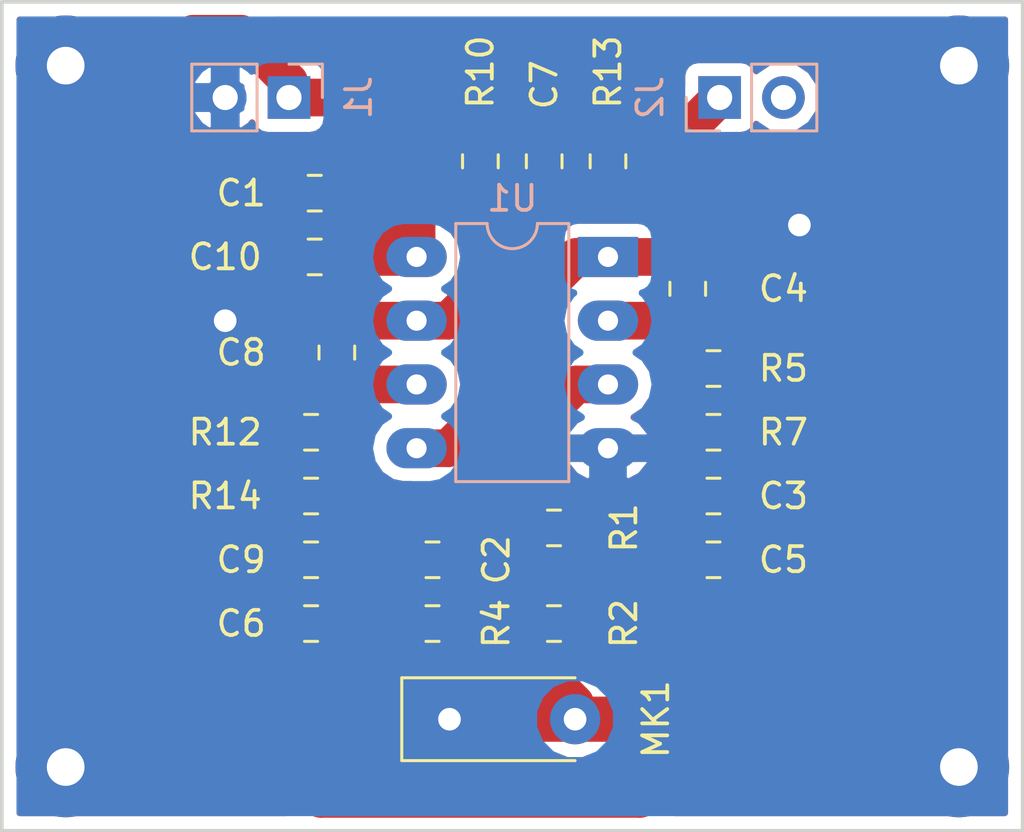
<source format=kicad_pcb>
(kicad_pcb (version 20171130) (host pcbnew "(5.0.2)-1")

  (general
    (thickness 1.6)
    (drawings 4)
    (tracks 76)
    (zones 0)
    (modules 23)
    (nets 12)
  )

  (page A4)
  (layers
    (0 F.Cu signal)
    (31 B.Cu signal)
    (32 B.Adhes user)
    (33 F.Adhes user)
    (34 B.Paste user)
    (35 F.Paste user)
    (36 B.SilkS user)
    (37 F.SilkS user)
    (38 B.Mask user)
    (39 F.Mask user)
    (40 Dwgs.User user)
    (41 Cmts.User user)
    (42 Eco1.User user)
    (43 Eco2.User user)
    (44 Edge.Cuts user)
    (45 Margin user)
    (46 B.CrtYd user)
    (47 F.CrtYd user)
    (48 B.Fab user hide)
    (49 F.Fab user hide)
  )

  (setup
    (last_trace_width 1.5)
    (user_trace_width 0.5)
    (user_trace_width 0.75)
    (user_trace_width 1)
    (user_trace_width 1.25)
    (user_trace_width 1.5)
    (user_trace_width 1.75)
    (user_trace_width 2)
    (user_trace_width 2.5)
    (trace_clearance 0.2)
    (zone_clearance 0.508)
    (zone_45_only no)
    (trace_min 0.5)
    (segment_width 0.2)
    (edge_width 0.15)
    (via_size 2)
    (via_drill 0.9)
    (via_min_size 2)
    (via_min_drill 0.3)
    (user_via 2 0.9)
    (user_via 4 1.5)
    (uvia_size 0.3)
    (uvia_drill 0.1)
    (uvias_allowed no)
    (uvia_min_size 0.2)
    (uvia_min_drill 0.1)
    (pcb_text_width 0.3)
    (pcb_text_size 1.5 1.5)
    (mod_edge_width 0.15)
    (mod_text_size 1 1)
    (mod_text_width 0.15)
    (pad_size 1.524 1.524)
    (pad_drill 0.762)
    (pad_to_mask_clearance 0.051)
    (solder_mask_min_width 0.25)
    (aux_axis_origin 0 0)
    (visible_elements 7FFFF7FF)
    (pcbplotparams
      (layerselection 0x010fc_ffffffff)
      (usegerberextensions false)
      (usegerberattributes false)
      (usegerberadvancedattributes false)
      (creategerberjobfile false)
      (excludeedgelayer true)
      (linewidth 0.100000)
      (plotframeref false)
      (viasonmask false)
      (mode 1)
      (useauxorigin false)
      (hpglpennumber 1)
      (hpglpenspeed 20)
      (hpglpendiameter 15.000000)
      (psnegative false)
      (psa4output false)
      (plotreference true)
      (plotvalue true)
      (plotinvisibletext false)
      (padsonsilk false)
      (subtractmaskfromsilk false)
      (outputformat 1)
      (mirror false)
      (drillshape 1)
      (scaleselection 1)
      (outputdirectory ""))
  )

  (net 0 "")
  (net 1 +5V)
  (net 2 GND)
  (net 3 "Net-(C2-Pad1)")
  (net 4 "Net-(C2-Pad2)")
  (net 5 /MicLeft)
  (net 6 "Net-(C4-Pad2)")
  (net 7 "Net-(C6-Pad1)")
  (net 8 "Net-(C7-Pad2)")
  (net 9 "Net-(C8-Pad2)")
  (net 10 "Net-(C3-Pad1)")
  (net 11 "Net-(C4-Pad1)")

  (net_class Default "To jest domyślna klasa połączeń."
    (clearance 0.2)
    (trace_width 0.5)
    (via_dia 2)
    (via_drill 0.9)
    (uvia_dia 0.3)
    (uvia_drill 0.1)
    (diff_pair_gap 0.25)
    (diff_pair_width 2)
    (add_net +5V)
    (add_net /MicLeft)
    (add_net GND)
    (add_net "Net-(C2-Pad1)")
    (add_net "Net-(C2-Pad2)")
    (add_net "Net-(C3-Pad1)")
    (add_net "Net-(C4-Pad1)")
    (add_net "Net-(C4-Pad2)")
    (add_net "Net-(C6-Pad1)")
    (add_net "Net-(C7-Pad2)")
    (add_net "Net-(C8-Pad2)")
  )

  (module Capacitor_SMD:C_0805_2012Metric_Pad1.15x1.40mm_HandSolder (layer F.Cu) (tedit 5B36C52B) (tstamp 5DA5ABDA)
    (at 60.715 45.72)
    (descr "Capacitor SMD 0805 (2012 Metric), square (rectangular) end terminal, IPC_7351 nominal with elongated pad for handsoldering. (Body size source: https://docs.google.com/spreadsheets/d/1BsfQQcO9C6DZCsRaXUlFlo91Tg2WpOkGARC1WS5S8t0/edit?usp=sharing), generated with kicad-footprint-generator")
    (tags "capacitor handsolder")
    (path /5D934145)
    (attr smd)
    (fp_text reference C1 (at -2.93 0) (layer F.SilkS)
      (effects (font (size 1 1) (thickness 0.15)))
    )
    (fp_text value 10u (at 0 1.65) (layer F.Fab)
      (effects (font (size 1 1) (thickness 0.15)))
    )
    (fp_line (start -1 0.6) (end -1 -0.6) (layer F.Fab) (width 0.1))
    (fp_line (start -1 -0.6) (end 1 -0.6) (layer F.Fab) (width 0.1))
    (fp_line (start 1 -0.6) (end 1 0.6) (layer F.Fab) (width 0.1))
    (fp_line (start 1 0.6) (end -1 0.6) (layer F.Fab) (width 0.1))
    (fp_line (start -0.261252 -0.71) (end 0.261252 -0.71) (layer F.SilkS) (width 0.12))
    (fp_line (start -0.261252 0.71) (end 0.261252 0.71) (layer F.SilkS) (width 0.12))
    (fp_line (start -1.85 0.95) (end -1.85 -0.95) (layer F.CrtYd) (width 0.05))
    (fp_line (start -1.85 -0.95) (end 1.85 -0.95) (layer F.CrtYd) (width 0.05))
    (fp_line (start 1.85 -0.95) (end 1.85 0.95) (layer F.CrtYd) (width 0.05))
    (fp_line (start 1.85 0.95) (end -1.85 0.95) (layer F.CrtYd) (width 0.05))
    (fp_text user %R (at 0 0) (layer F.Fab)
      (effects (font (size 0.5 0.5) (thickness 0.08)))
    )
    (pad 1 smd roundrect (at -1.025 0) (size 1.15 1.4) (layers F.Cu F.Paste F.Mask) (roundrect_rratio 0.217391)
      (net 2 GND))
    (pad 2 smd roundrect (at 1.025 0) (size 1.15 1.4) (layers F.Cu F.Paste F.Mask) (roundrect_rratio 0.217391)
      (net 1 +5V))
    (model ${KISYS3DMOD}/Capacitor_SMD.3dshapes/C_0805_2012Metric.wrl
      (at (xyz 0 0 0))
      (scale (xyz 1 1 1))
      (rotate (xyz 0 0 0))
    )
  )

  (module Capacitor_SMD:C_0805_2012Metric_Pad1.15x1.40mm_HandSolder (layer F.Cu) (tedit 5B36C52B) (tstamp 5DA5ABEB)
    (at 65.405 60.325)
    (descr "Capacitor SMD 0805 (2012 Metric), square (rectangular) end terminal, IPC_7351 nominal with elongated pad for handsoldering. (Body size source: https://docs.google.com/spreadsheets/d/1BsfQQcO9C6DZCsRaXUlFlo91Tg2WpOkGARC1WS5S8t0/edit?usp=sharing), generated with kicad-footprint-generator")
    (tags "capacitor handsolder")
    (path /5D92E0FA)
    (attr smd)
    (fp_text reference C2 (at 2.54 0 270) (layer F.SilkS)
      (effects (font (size 1 1) (thickness 0.15)))
    )
    (fp_text value 1u (at 0 1.65) (layer F.Fab)
      (effects (font (size 1 1) (thickness 0.15)))
    )
    (fp_line (start -1 0.6) (end -1 -0.6) (layer F.Fab) (width 0.1))
    (fp_line (start -1 -0.6) (end 1 -0.6) (layer F.Fab) (width 0.1))
    (fp_line (start 1 -0.6) (end 1 0.6) (layer F.Fab) (width 0.1))
    (fp_line (start 1 0.6) (end -1 0.6) (layer F.Fab) (width 0.1))
    (fp_line (start -0.261252 -0.71) (end 0.261252 -0.71) (layer F.SilkS) (width 0.12))
    (fp_line (start -0.261252 0.71) (end 0.261252 0.71) (layer F.SilkS) (width 0.12))
    (fp_line (start -1.85 0.95) (end -1.85 -0.95) (layer F.CrtYd) (width 0.05))
    (fp_line (start -1.85 -0.95) (end 1.85 -0.95) (layer F.CrtYd) (width 0.05))
    (fp_line (start 1.85 -0.95) (end 1.85 0.95) (layer F.CrtYd) (width 0.05))
    (fp_line (start 1.85 0.95) (end -1.85 0.95) (layer F.CrtYd) (width 0.05))
    (fp_text user %R (at 0 0) (layer F.Fab)
      (effects (font (size 0.5 0.5) (thickness 0.08)))
    )
    (pad 1 smd roundrect (at -1.025 0) (size 1.15 1.4) (layers F.Cu F.Paste F.Mask) (roundrect_rratio 0.217391)
      (net 3 "Net-(C2-Pad1)"))
    (pad 2 smd roundrect (at 1.025 0) (size 1.15 1.4) (layers F.Cu F.Paste F.Mask) (roundrect_rratio 0.217391)
      (net 4 "Net-(C2-Pad2)"))
    (model ${KISYS3DMOD}/Capacitor_SMD.3dshapes/C_0805_2012Metric.wrl
      (at (xyz 0 0 0))
      (scale (xyz 1 1 1))
      (rotate (xyz 0 0 0))
    )
  )

  (module Capacitor_SMD:C_0805_2012Metric_Pad1.15x1.40mm_HandSolder (layer F.Cu) (tedit 5B36C52B) (tstamp 5DA5ABFC)
    (at 76.59 57.785 180)
    (descr "Capacitor SMD 0805 (2012 Metric), square (rectangular) end terminal, IPC_7351 nominal with elongated pad for handsoldering. (Body size source: https://docs.google.com/spreadsheets/d/1BsfQQcO9C6DZCsRaXUlFlo91Tg2WpOkGARC1WS5S8t0/edit?usp=sharing), generated with kicad-footprint-generator")
    (tags "capacitor handsolder")
    (path /5D9D4083)
    (attr smd)
    (fp_text reference C3 (at -2.785 0 180) (layer F.SilkS)
      (effects (font (size 1 1) (thickness 0.15)))
    )
    (fp_text value 1u (at 0 1.65 180) (layer F.Fab)
      (effects (font (size 1 1) (thickness 0.15)))
    )
    (fp_line (start -1 0.6) (end -1 -0.6) (layer F.Fab) (width 0.1))
    (fp_line (start -1 -0.6) (end 1 -0.6) (layer F.Fab) (width 0.1))
    (fp_line (start 1 -0.6) (end 1 0.6) (layer F.Fab) (width 0.1))
    (fp_line (start 1 0.6) (end -1 0.6) (layer F.Fab) (width 0.1))
    (fp_line (start -0.261252 -0.71) (end 0.261252 -0.71) (layer F.SilkS) (width 0.12))
    (fp_line (start -0.261252 0.71) (end 0.261252 0.71) (layer F.SilkS) (width 0.12))
    (fp_line (start -1.85 0.95) (end -1.85 -0.95) (layer F.CrtYd) (width 0.05))
    (fp_line (start -1.85 -0.95) (end 1.85 -0.95) (layer F.CrtYd) (width 0.05))
    (fp_line (start 1.85 -0.95) (end 1.85 0.95) (layer F.CrtYd) (width 0.05))
    (fp_line (start 1.85 0.95) (end -1.85 0.95) (layer F.CrtYd) (width 0.05))
    (fp_text user %R (at 0 0 180) (layer F.Fab)
      (effects (font (size 0.5 0.5) (thickness 0.08)))
    )
    (pad 1 smd roundrect (at -1.025 0 180) (size 1.15 1.4) (layers F.Cu F.Paste F.Mask) (roundrect_rratio 0.217391)
      (net 10 "Net-(C3-Pad1)"))
    (pad 2 smd roundrect (at 1.025 0 180) (size 1.15 1.4) (layers F.Cu F.Paste F.Mask) (roundrect_rratio 0.217391)
      (net 2 GND))
    (model ${KISYS3DMOD}/Capacitor_SMD.3dshapes/C_0805_2012Metric.wrl
      (at (xyz 0 0 0))
      (scale (xyz 1 1 1))
      (rotate (xyz 0 0 0))
    )
  )

  (module Capacitor_SMD:C_0805_2012Metric_Pad1.15x1.40mm_HandSolder (layer F.Cu) (tedit 5B36C52B) (tstamp 5DA5AC0D)
    (at 75.565 49.53 270)
    (descr "Capacitor SMD 0805 (2012 Metric), square (rectangular) end terminal, IPC_7351 nominal with elongated pad for handsoldering. (Body size source: https://docs.google.com/spreadsheets/d/1BsfQQcO9C6DZCsRaXUlFlo91Tg2WpOkGARC1WS5S8t0/edit?usp=sharing), generated with kicad-footprint-generator")
    (tags "capacitor handsolder")
    (path /5D92E19E)
    (attr smd)
    (fp_text reference C4 (at 0 -3.81) (layer F.SilkS)
      (effects (font (size 1 1) (thickness 0.15)))
    )
    (fp_text value 40p (at 0 1.65 270) (layer F.Fab)
      (effects (font (size 1 1) (thickness 0.15)))
    )
    (fp_text user %R (at 0 0 270) (layer F.Fab)
      (effects (font (size 0.5 0.5) (thickness 0.08)))
    )
    (fp_line (start 1.85 0.95) (end -1.85 0.95) (layer F.CrtYd) (width 0.05))
    (fp_line (start 1.85 -0.95) (end 1.85 0.95) (layer F.CrtYd) (width 0.05))
    (fp_line (start -1.85 -0.95) (end 1.85 -0.95) (layer F.CrtYd) (width 0.05))
    (fp_line (start -1.85 0.95) (end -1.85 -0.95) (layer F.CrtYd) (width 0.05))
    (fp_line (start -0.261252 0.71) (end 0.261252 0.71) (layer F.SilkS) (width 0.12))
    (fp_line (start -0.261252 -0.71) (end 0.261252 -0.71) (layer F.SilkS) (width 0.12))
    (fp_line (start 1 0.6) (end -1 0.6) (layer F.Fab) (width 0.1))
    (fp_line (start 1 -0.6) (end 1 0.6) (layer F.Fab) (width 0.1))
    (fp_line (start -1 -0.6) (end 1 -0.6) (layer F.Fab) (width 0.1))
    (fp_line (start -1 0.6) (end -1 -0.6) (layer F.Fab) (width 0.1))
    (pad 2 smd roundrect (at 1.025 0 270) (size 1.15 1.4) (layers F.Cu F.Paste F.Mask) (roundrect_rratio 0.217391)
      (net 6 "Net-(C4-Pad2)"))
    (pad 1 smd roundrect (at -1.025 0 270) (size 1.15 1.4) (layers F.Cu F.Paste F.Mask) (roundrect_rratio 0.217391)
      (net 11 "Net-(C4-Pad1)"))
    (model ${KISYS3DMOD}/Capacitor_SMD.3dshapes/C_0805_2012Metric.wrl
      (at (xyz 0 0 0))
      (scale (xyz 1 1 1))
      (rotate (xyz 0 0 0))
    )
  )

  (module Capacitor_SMD:C_0805_2012Metric_Pad1.15x1.40mm_HandSolder (layer F.Cu) (tedit 5B36C52B) (tstamp 5DA5AC1E)
    (at 76.59 60.325 180)
    (descr "Capacitor SMD 0805 (2012 Metric), square (rectangular) end terminal, IPC_7351 nominal with elongated pad for handsoldering. (Body size source: https://docs.google.com/spreadsheets/d/1BsfQQcO9C6DZCsRaXUlFlo91Tg2WpOkGARC1WS5S8t0/edit?usp=sharing), generated with kicad-footprint-generator")
    (tags "capacitor handsolder")
    (path /5D92E162)
    (attr smd)
    (fp_text reference C5 (at -2.785 0 180) (layer F.SilkS)
      (effects (font (size 1 1) (thickness 0.15)))
    )
    (fp_text value 1u (at 0 1.65 180) (layer F.Fab)
      (effects (font (size 1 1) (thickness 0.15)))
    )
    (fp_line (start -1 0.6) (end -1 -0.6) (layer F.Fab) (width 0.1))
    (fp_line (start -1 -0.6) (end 1 -0.6) (layer F.Fab) (width 0.1))
    (fp_line (start 1 -0.6) (end 1 0.6) (layer F.Fab) (width 0.1))
    (fp_line (start 1 0.6) (end -1 0.6) (layer F.Fab) (width 0.1))
    (fp_line (start -0.261252 -0.71) (end 0.261252 -0.71) (layer F.SilkS) (width 0.12))
    (fp_line (start -0.261252 0.71) (end 0.261252 0.71) (layer F.SilkS) (width 0.12))
    (fp_line (start -1.85 0.95) (end -1.85 -0.95) (layer F.CrtYd) (width 0.05))
    (fp_line (start -1.85 -0.95) (end 1.85 -0.95) (layer F.CrtYd) (width 0.05))
    (fp_line (start 1.85 -0.95) (end 1.85 0.95) (layer F.CrtYd) (width 0.05))
    (fp_line (start 1.85 0.95) (end -1.85 0.95) (layer F.CrtYd) (width 0.05))
    (fp_text user %R (at 0 0 180) (layer F.Fab)
      (effects (font (size 0.5 0.5) (thickness 0.08)))
    )
    (pad 1 smd roundrect (at -1.025 0 180) (size 1.15 1.4) (layers F.Cu F.Paste F.Mask) (roundrect_rratio 0.217391)
      (net 10 "Net-(C3-Pad1)"))
    (pad 2 smd roundrect (at 1.025 0 180) (size 1.15 1.4) (layers F.Cu F.Paste F.Mask) (roundrect_rratio 0.217391)
      (net 2 GND))
    (model ${KISYS3DMOD}/Capacitor_SMD.3dshapes/C_0805_2012Metric.wrl
      (at (xyz 0 0 0))
      (scale (xyz 1 1 1))
      (rotate (xyz 0 0 0))
    )
  )

  (module Capacitor_SMD:C_0805_2012Metric_Pad1.15x1.40mm_HandSolder (layer F.Cu) (tedit 5B36C52B) (tstamp 5DA5AC2F)
    (at 60.57 62.865)
    (descr "Capacitor SMD 0805 (2012 Metric), square (rectangular) end terminal, IPC_7351 nominal with elongated pad for handsoldering. (Body size source: https://docs.google.com/spreadsheets/d/1BsfQQcO9C6DZCsRaXUlFlo91Tg2WpOkGARC1WS5S8t0/edit?usp=sharing), generated with kicad-footprint-generator")
    (tags "capacitor handsolder")
    (path /5D9DD595)
    (attr smd)
    (fp_text reference C6 (at -2.785 0) (layer F.SilkS)
      (effects (font (size 1 1) (thickness 0.15)))
    )
    (fp_text value 1u (at 0 1.65) (layer F.Fab)
      (effects (font (size 1 1) (thickness 0.15)))
    )
    (fp_line (start -1 0.6) (end -1 -0.6) (layer F.Fab) (width 0.1))
    (fp_line (start -1 -0.6) (end 1 -0.6) (layer F.Fab) (width 0.1))
    (fp_line (start 1 -0.6) (end 1 0.6) (layer F.Fab) (width 0.1))
    (fp_line (start 1 0.6) (end -1 0.6) (layer F.Fab) (width 0.1))
    (fp_line (start -0.261252 -0.71) (end 0.261252 -0.71) (layer F.SilkS) (width 0.12))
    (fp_line (start -0.261252 0.71) (end 0.261252 0.71) (layer F.SilkS) (width 0.12))
    (fp_line (start -1.85 0.95) (end -1.85 -0.95) (layer F.CrtYd) (width 0.05))
    (fp_line (start -1.85 -0.95) (end 1.85 -0.95) (layer F.CrtYd) (width 0.05))
    (fp_line (start 1.85 -0.95) (end 1.85 0.95) (layer F.CrtYd) (width 0.05))
    (fp_line (start 1.85 0.95) (end -1.85 0.95) (layer F.CrtYd) (width 0.05))
    (fp_text user %R (at 0 0) (layer F.Fab)
      (effects (font (size 0.5 0.5) (thickness 0.08)))
    )
    (pad 1 smd roundrect (at -1.025 0) (size 1.15 1.4) (layers F.Cu F.Paste F.Mask) (roundrect_rratio 0.217391)
      (net 7 "Net-(C6-Pad1)"))
    (pad 2 smd roundrect (at 1.025 0) (size 1.15 1.4) (layers F.Cu F.Paste F.Mask) (roundrect_rratio 0.217391)
      (net 2 GND))
    (model ${KISYS3DMOD}/Capacitor_SMD.3dshapes/C_0805_2012Metric.wrl
      (at (xyz 0 0 0))
      (scale (xyz 1 1 1))
      (rotate (xyz 0 0 0))
    )
  )

  (module Capacitor_SMD:C_0805_2012Metric_Pad1.15x1.40mm_HandSolder (layer F.Cu) (tedit 5B36C52B) (tstamp 5DA5AC40)
    (at 69.85 44.45 270)
    (descr "Capacitor SMD 0805 (2012 Metric), square (rectangular) end terminal, IPC_7351 nominal with elongated pad for handsoldering. (Body size source: https://docs.google.com/spreadsheets/d/1BsfQQcO9C6DZCsRaXUlFlo91Tg2WpOkGARC1WS5S8t0/edit?usp=sharing), generated with kicad-footprint-generator")
    (tags "capacitor handsolder")
    (path /5D951FE0)
    (attr smd)
    (fp_text reference C7 (at -3.048 0 90) (layer F.SilkS)
      (effects (font (size 1 1) (thickness 0.15)))
    )
    (fp_text value 1u (at 0 1.65 270) (layer F.Fab)
      (effects (font (size 1 1) (thickness 0.15)))
    )
    (fp_line (start -1 0.6) (end -1 -0.6) (layer F.Fab) (width 0.1))
    (fp_line (start -1 -0.6) (end 1 -0.6) (layer F.Fab) (width 0.1))
    (fp_line (start 1 -0.6) (end 1 0.6) (layer F.Fab) (width 0.1))
    (fp_line (start 1 0.6) (end -1 0.6) (layer F.Fab) (width 0.1))
    (fp_line (start -0.261252 -0.71) (end 0.261252 -0.71) (layer F.SilkS) (width 0.12))
    (fp_line (start -0.261252 0.71) (end 0.261252 0.71) (layer F.SilkS) (width 0.12))
    (fp_line (start -1.85 0.95) (end -1.85 -0.95) (layer F.CrtYd) (width 0.05))
    (fp_line (start -1.85 -0.95) (end 1.85 -0.95) (layer F.CrtYd) (width 0.05))
    (fp_line (start 1.85 -0.95) (end 1.85 0.95) (layer F.CrtYd) (width 0.05))
    (fp_line (start 1.85 0.95) (end -1.85 0.95) (layer F.CrtYd) (width 0.05))
    (fp_text user %R (at 0 0 270) (layer F.Fab)
      (effects (font (size 0.5 0.5) (thickness 0.08)))
    )
    (pad 1 smd roundrect (at -1.025 0 270) (size 1.15 1.4) (layers F.Cu F.Paste F.Mask) (roundrect_rratio 0.217391)
      (net 5 /MicLeft))
    (pad 2 smd roundrect (at 1.025 0 270) (size 1.15 1.4) (layers F.Cu F.Paste F.Mask) (roundrect_rratio 0.217391)
      (net 8 "Net-(C7-Pad2)"))
    (model ${KISYS3DMOD}/Capacitor_SMD.3dshapes/C_0805_2012Metric.wrl
      (at (xyz 0 0 0))
      (scale (xyz 1 1 1))
      (rotate (xyz 0 0 0))
    )
  )

  (module Capacitor_SMD:C_0805_2012Metric_Pad1.15x1.40mm_HandSolder (layer F.Cu) (tedit 5B36C52B) (tstamp 5DA5AC51)
    (at 61.595 52.07 270)
    (descr "Capacitor SMD 0805 (2012 Metric), square (rectangular) end terminal, IPC_7351 nominal with elongated pad for handsoldering. (Body size source: https://docs.google.com/spreadsheets/d/1BsfQQcO9C6DZCsRaXUlFlo91Tg2WpOkGARC1WS5S8t0/edit?usp=sharing), generated with kicad-footprint-generator")
    (tags "capacitor handsolder")
    (path /5D951FD9)
    (attr smd)
    (fp_text reference C8 (at 0 3.81 180) (layer F.SilkS)
      (effects (font (size 1 1) (thickness 0.15)))
    )
    (fp_text value 40p (at 0 1.65 270) (layer F.Fab)
      (effects (font (size 1 1) (thickness 0.15)))
    )
    (fp_text user %R (at 0 0 270) (layer F.Fab)
      (effects (font (size 0.5 0.5) (thickness 0.08)))
    )
    (fp_line (start 1.85 0.95) (end -1.85 0.95) (layer F.CrtYd) (width 0.05))
    (fp_line (start 1.85 -0.95) (end 1.85 0.95) (layer F.CrtYd) (width 0.05))
    (fp_line (start -1.85 -0.95) (end 1.85 -0.95) (layer F.CrtYd) (width 0.05))
    (fp_line (start -1.85 0.95) (end -1.85 -0.95) (layer F.CrtYd) (width 0.05))
    (fp_line (start -0.261252 0.71) (end 0.261252 0.71) (layer F.SilkS) (width 0.12))
    (fp_line (start -0.261252 -0.71) (end 0.261252 -0.71) (layer F.SilkS) (width 0.12))
    (fp_line (start 1 0.6) (end -1 0.6) (layer F.Fab) (width 0.1))
    (fp_line (start 1 -0.6) (end 1 0.6) (layer F.Fab) (width 0.1))
    (fp_line (start -1 -0.6) (end 1 -0.6) (layer F.Fab) (width 0.1))
    (fp_line (start -1 0.6) (end -1 -0.6) (layer F.Fab) (width 0.1))
    (pad 2 smd roundrect (at 1.025 0 270) (size 1.15 1.4) (layers F.Cu F.Paste F.Mask) (roundrect_rratio 0.217391)
      (net 9 "Net-(C8-Pad2)"))
    (pad 1 smd roundrect (at -1.025 0 270) (size 1.15 1.4) (layers F.Cu F.Paste F.Mask) (roundrect_rratio 0.217391)
      (net 8 "Net-(C7-Pad2)"))
    (model ${KISYS3DMOD}/Capacitor_SMD.3dshapes/C_0805_2012Metric.wrl
      (at (xyz 0 0 0))
      (scale (xyz 1 1 1))
      (rotate (xyz 0 0 0))
    )
  )

  (module Capacitor_SMD:C_0805_2012Metric_Pad1.15x1.40mm_HandSolder (layer F.Cu) (tedit 5B36C52B) (tstamp 5DA5AC62)
    (at 60.57 60.325)
    (descr "Capacitor SMD 0805 (2012 Metric), square (rectangular) end terminal, IPC_7351 nominal with elongated pad for handsoldering. (Body size source: https://docs.google.com/spreadsheets/d/1BsfQQcO9C6DZCsRaXUlFlo91Tg2WpOkGARC1WS5S8t0/edit?usp=sharing), generated with kicad-footprint-generator")
    (tags "capacitor handsolder")
    (path /5D951FD2)
    (attr smd)
    (fp_text reference C9 (at -2.785 0) (layer F.SilkS)
      (effects (font (size 1 1) (thickness 0.15)))
    )
    (fp_text value 1u (at 0 1.65) (layer F.Fab)
      (effects (font (size 1 1) (thickness 0.15)))
    )
    (fp_line (start -1 0.6) (end -1 -0.6) (layer F.Fab) (width 0.1))
    (fp_line (start -1 -0.6) (end 1 -0.6) (layer F.Fab) (width 0.1))
    (fp_line (start 1 -0.6) (end 1 0.6) (layer F.Fab) (width 0.1))
    (fp_line (start 1 0.6) (end -1 0.6) (layer F.Fab) (width 0.1))
    (fp_line (start -0.261252 -0.71) (end 0.261252 -0.71) (layer F.SilkS) (width 0.12))
    (fp_line (start -0.261252 0.71) (end 0.261252 0.71) (layer F.SilkS) (width 0.12))
    (fp_line (start -1.85 0.95) (end -1.85 -0.95) (layer F.CrtYd) (width 0.05))
    (fp_line (start -1.85 -0.95) (end 1.85 -0.95) (layer F.CrtYd) (width 0.05))
    (fp_line (start 1.85 -0.95) (end 1.85 0.95) (layer F.CrtYd) (width 0.05))
    (fp_line (start 1.85 0.95) (end -1.85 0.95) (layer F.CrtYd) (width 0.05))
    (fp_text user %R (at 0 0) (layer F.Fab)
      (effects (font (size 0.5 0.5) (thickness 0.08)))
    )
    (pad 1 smd roundrect (at -1.025 0) (size 1.15 1.4) (layers F.Cu F.Paste F.Mask) (roundrect_rratio 0.217391)
      (net 7 "Net-(C6-Pad1)"))
    (pad 2 smd roundrect (at 1.025 0) (size 1.15 1.4) (layers F.Cu F.Paste F.Mask) (roundrect_rratio 0.217391)
      (net 2 GND))
    (model ${KISYS3DMOD}/Capacitor_SMD.3dshapes/C_0805_2012Metric.wrl
      (at (xyz 0 0 0))
      (scale (xyz 1 1 1))
      (rotate (xyz 0 0 0))
    )
  )

  (module Capacitor_SMD:C_0805_2012Metric_Pad1.15x1.40mm_HandSolder (layer F.Cu) (tedit 5B36C52B) (tstamp 5DA5AC73)
    (at 60.715 48.26)
    (descr "Capacitor SMD 0805 (2012 Metric), square (rectangular) end terminal, IPC_7351 nominal with elongated pad for handsoldering. (Body size source: https://docs.google.com/spreadsheets/d/1BsfQQcO9C6DZCsRaXUlFlo91Tg2WpOkGARC1WS5S8t0/edit?usp=sharing), generated with kicad-footprint-generator")
    (tags "capacitor handsolder")
    (path /5D9A623F)
    (attr smd)
    (fp_text reference C10 (at -3.565 0) (layer F.SilkS)
      (effects (font (size 1 1) (thickness 0.15)))
    )
    (fp_text value 100n (at 0 1.65) (layer F.Fab)
      (effects (font (size 1 1) (thickness 0.15)))
    )
    (fp_text user %R (at 0 0) (layer F.Fab)
      (effects (font (size 0.5 0.5) (thickness 0.08)))
    )
    (fp_line (start 1.85 0.95) (end -1.85 0.95) (layer F.CrtYd) (width 0.05))
    (fp_line (start 1.85 -0.95) (end 1.85 0.95) (layer F.CrtYd) (width 0.05))
    (fp_line (start -1.85 -0.95) (end 1.85 -0.95) (layer F.CrtYd) (width 0.05))
    (fp_line (start -1.85 0.95) (end -1.85 -0.95) (layer F.CrtYd) (width 0.05))
    (fp_line (start -0.261252 0.71) (end 0.261252 0.71) (layer F.SilkS) (width 0.12))
    (fp_line (start -0.261252 -0.71) (end 0.261252 -0.71) (layer F.SilkS) (width 0.12))
    (fp_line (start 1 0.6) (end -1 0.6) (layer F.Fab) (width 0.1))
    (fp_line (start 1 -0.6) (end 1 0.6) (layer F.Fab) (width 0.1))
    (fp_line (start -1 -0.6) (end 1 -0.6) (layer F.Fab) (width 0.1))
    (fp_line (start -1 0.6) (end -1 -0.6) (layer F.Fab) (width 0.1))
    (pad 2 smd roundrect (at 1.025 0) (size 1.15 1.4) (layers F.Cu F.Paste F.Mask) (roundrect_rratio 0.217391)
      (net 1 +5V))
    (pad 1 smd roundrect (at -1.025 0) (size 1.15 1.4) (layers F.Cu F.Paste F.Mask) (roundrect_rratio 0.217391)
      (net 2 GND))
    (model ${KISYS3DMOD}/Capacitor_SMD.3dshapes/C_0805_2012Metric.wrl
      (at (xyz 0 0 0))
      (scale (xyz 1 1 1))
      (rotate (xyz 0 0 0))
    )
  )

  (module Connector_PinSocket_2.54mm:PinSocket_1x02_P2.54mm_Vertical (layer B.Cu) (tedit 5A19A420) (tstamp 5DA5AC89)
    (at 59.69 41.91 90)
    (descr "Through hole straight socket strip, 1x02, 2.54mm pitch, single row (from Kicad 4.0.7), script generated")
    (tags "Through hole socket strip THT 1x02 2.54mm single row")
    (path /5D95EFB8)
    (fp_text reference J1 (at 0 2.77 90) (layer B.SilkS)
      (effects (font (size 1 1) (thickness 0.15)) (justify mirror))
    )
    (fp_text value "Power - 5V" (at 0 -5.31 90) (layer B.Fab)
      (effects (font (size 1 1) (thickness 0.15)) (justify mirror))
    )
    (fp_line (start -1.27 1.27) (end 0.635 1.27) (layer B.Fab) (width 0.1))
    (fp_line (start 0.635 1.27) (end 1.27 0.635) (layer B.Fab) (width 0.1))
    (fp_line (start 1.27 0.635) (end 1.27 -3.81) (layer B.Fab) (width 0.1))
    (fp_line (start 1.27 -3.81) (end -1.27 -3.81) (layer B.Fab) (width 0.1))
    (fp_line (start -1.27 -3.81) (end -1.27 1.27) (layer B.Fab) (width 0.1))
    (fp_line (start -1.33 -1.27) (end 1.33 -1.27) (layer B.SilkS) (width 0.12))
    (fp_line (start -1.33 -1.27) (end -1.33 -3.87) (layer B.SilkS) (width 0.12))
    (fp_line (start -1.33 -3.87) (end 1.33 -3.87) (layer B.SilkS) (width 0.12))
    (fp_line (start 1.33 -1.27) (end 1.33 -3.87) (layer B.SilkS) (width 0.12))
    (fp_line (start 1.33 1.33) (end 1.33 0) (layer B.SilkS) (width 0.12))
    (fp_line (start 0 1.33) (end 1.33 1.33) (layer B.SilkS) (width 0.12))
    (fp_line (start -1.8 1.8) (end 1.75 1.8) (layer B.CrtYd) (width 0.05))
    (fp_line (start 1.75 1.8) (end 1.75 -4.3) (layer B.CrtYd) (width 0.05))
    (fp_line (start 1.75 -4.3) (end -1.8 -4.3) (layer B.CrtYd) (width 0.05))
    (fp_line (start -1.8 -4.3) (end -1.8 1.8) (layer B.CrtYd) (width 0.05))
    (fp_text user %R (at 0 -1.27) (layer B.Fab)
      (effects (font (size 1 1) (thickness 0.15)) (justify mirror))
    )
    (pad 1 thru_hole rect (at 0 0 90) (size 1.7 1.7) (drill 1) (layers *.Cu *.Mask)
      (net 1 +5V))
    (pad 2 thru_hole oval (at 0 -2.54 90) (size 1.7 1.7) (drill 1) (layers *.Cu *.Mask)
      (net 2 GND))
    (model ${KISYS3DMOD}/Connector_PinSocket_2.54mm.3dshapes/PinSocket_1x02_P2.54mm_Vertical.wrl
      (at (xyz 0 0 0))
      (scale (xyz 1 1 1))
      (rotate (xyz 0 0 0))
    )
  )

  (module Connector_PinSocket_2.54mm:PinSocket_1x02_P2.54mm_Vertical (layer B.Cu) (tedit 5A19A420) (tstamp 5DA5AC9F)
    (at 76.835 41.91 270)
    (descr "Through hole straight socket strip, 1x02, 2.54mm pitch, single row (from Kicad 4.0.7), script generated")
    (tags "Through hole socket strip THT 1x02 2.54mm single row")
    (path /5D9578CA)
    (fp_text reference J2 (at 0 2.77 270) (layer B.SilkS)
      (effects (font (size 1 1) (thickness 0.15)) (justify mirror))
    )
    (fp_text value "Audio - Left/Right chanel" (at 0 -5.31 270) (layer B.Fab)
      (effects (font (size 1 1) (thickness 0.15)) (justify mirror))
    )
    (fp_text user %R (at 0 -1.27 180) (layer B.Fab)
      (effects (font (size 1 1) (thickness 0.15)) (justify mirror))
    )
    (fp_line (start -1.8 -4.3) (end -1.8 1.8) (layer B.CrtYd) (width 0.05))
    (fp_line (start 1.75 -4.3) (end -1.8 -4.3) (layer B.CrtYd) (width 0.05))
    (fp_line (start 1.75 1.8) (end 1.75 -4.3) (layer B.CrtYd) (width 0.05))
    (fp_line (start -1.8 1.8) (end 1.75 1.8) (layer B.CrtYd) (width 0.05))
    (fp_line (start 0 1.33) (end 1.33 1.33) (layer B.SilkS) (width 0.12))
    (fp_line (start 1.33 1.33) (end 1.33 0) (layer B.SilkS) (width 0.12))
    (fp_line (start 1.33 -1.27) (end 1.33 -3.87) (layer B.SilkS) (width 0.12))
    (fp_line (start -1.33 -3.87) (end 1.33 -3.87) (layer B.SilkS) (width 0.12))
    (fp_line (start -1.33 -1.27) (end -1.33 -3.87) (layer B.SilkS) (width 0.12))
    (fp_line (start -1.33 -1.27) (end 1.33 -1.27) (layer B.SilkS) (width 0.12))
    (fp_line (start -1.27 -3.81) (end -1.27 1.27) (layer B.Fab) (width 0.1))
    (fp_line (start 1.27 -3.81) (end -1.27 -3.81) (layer B.Fab) (width 0.1))
    (fp_line (start 1.27 0.635) (end 1.27 -3.81) (layer B.Fab) (width 0.1))
    (fp_line (start 0.635 1.27) (end 1.27 0.635) (layer B.Fab) (width 0.1))
    (fp_line (start -1.27 1.27) (end 0.635 1.27) (layer B.Fab) (width 0.1))
    (pad 2 thru_hole oval (at 0 -2.54 270) (size 1.7 1.7) (drill 1) (layers *.Cu *.Mask))
    (pad 1 thru_hole rect (at 0 0 270) (size 1.7 1.7) (drill 1) (layers *.Cu *.Mask)
      (net 5 /MicLeft))
    (model ${KISYS3DMOD}/Connector_PinSocket_2.54mm.3dshapes/PinSocket_1x02_P2.54mm_Vertical.wrl
      (at (xyz 0 0 0))
      (scale (xyz 1 1 1))
      (rotate (xyz 0 0 0))
    )
  )

  (module Diode_SMD:D_SMA_Handsoldering (layer F.Cu) (tedit 58643398) (tstamp 5DA5ACB7)
    (at 68.58 66.675)
    (descr "Diode SMA (DO-214AC) Handsoldering")
    (tags "Diode SMA (DO-214AC) Handsoldering")
    (path /5D92E449)
    (attr smd)
    (fp_text reference MK1 (at 5.715 0 90) (layer F.SilkS)
      (effects (font (size 1 1) (thickness 0.15)))
    )
    (fp_text value MicLeft (at 0 2.6) (layer F.Fab)
      (effects (font (size 1 1) (thickness 0.15)))
    )
    (fp_text user %R (at 0 -2.5) (layer F.Fab)
      (effects (font (size 1 1) (thickness 0.15)))
    )
    (fp_line (start -4.4 -1.65) (end -4.4 1.65) (layer F.SilkS) (width 0.12))
    (fp_line (start 2.3 1.5) (end -2.3 1.5) (layer F.Fab) (width 0.1))
    (fp_line (start -2.3 1.5) (end -2.3 -1.5) (layer F.Fab) (width 0.1))
    (fp_line (start 2.3 -1.5) (end 2.3 1.5) (layer F.Fab) (width 0.1))
    (fp_line (start 2.3 -1.5) (end -2.3 -1.5) (layer F.Fab) (width 0.1))
    (fp_line (start -4.5 -1.75) (end 4.5 -1.75) (layer F.CrtYd) (width 0.05))
    (fp_line (start 4.5 -1.75) (end 4.5 1.75) (layer F.CrtYd) (width 0.05))
    (fp_line (start 4.5 1.75) (end -4.5 1.75) (layer F.CrtYd) (width 0.05))
    (fp_line (start -4.5 1.75) (end -4.5 -1.75) (layer F.CrtYd) (width 0.05))
    (fp_line (start -0.64944 0.00102) (end -1.55114 0.00102) (layer F.Fab) (width 0.1))
    (fp_line (start 0.50118 0.00102) (end 1.4994 0.00102) (layer F.Fab) (width 0.1))
    (fp_line (start -0.64944 -0.79908) (end -0.64944 0.80112) (layer F.Fab) (width 0.1))
    (fp_line (start 0.50118 0.75032) (end 0.50118 -0.79908) (layer F.Fab) (width 0.1))
    (fp_line (start -0.64944 0.00102) (end 0.50118 0.75032) (layer F.Fab) (width 0.1))
    (fp_line (start -0.64944 0.00102) (end 0.50118 -0.79908) (layer F.Fab) (width 0.1))
    (fp_line (start -4.4 1.65) (end 2.5 1.65) (layer F.SilkS) (width 0.12))
    (fp_line (start -4.4 -1.65) (end 2.5 -1.65) (layer F.SilkS) (width 0.12))
    (pad 1 smd rect (at -2.5 0) (size 3.5 1.8) (layers F.Cu F.Paste F.Mask)
      (net 2 GND))
    (pad 2 smd rect (at 2.5 0) (size 3.5 1.8) (layers F.Cu F.Paste F.Mask)
      (net 4 "Net-(C2-Pad2)"))
    (model ${KISYS3DMOD}/Diode_SMD.3dshapes/D_SMA.wrl
      (at (xyz 0 0 0))
      (scale (xyz 1 1 1))
      (rotate (xyz 0 0 0))
    )
  )

  (module Resistor_SMD:R_0805_2012Metric_Pad1.15x1.40mm_HandSolder (layer F.Cu) (tedit 5B36C52B) (tstamp 5DA5ACC8)
    (at 70.24 59.055 180)
    (descr "Resistor SMD 0805 (2012 Metric), square (rectangular) end terminal, IPC_7351 nominal with elongated pad for handsoldering. (Body size source: https://docs.google.com/spreadsheets/d/1BsfQQcO9C6DZCsRaXUlFlo91Tg2WpOkGARC1WS5S8t0/edit?usp=sharing), generated with kicad-footprint-generator")
    (tags "resistor handsolder")
    (path /5D92FF3E)
    (attr smd)
    (fp_text reference R1 (at -2.785 0 270) (layer F.SilkS)
      (effects (font (size 1 1) (thickness 0.15)))
    )
    (fp_text value 47k (at 0 1.65 180) (layer F.Fab)
      (effects (font (size 1 1) (thickness 0.15)))
    )
    (fp_line (start -1 0.6) (end -1 -0.6) (layer F.Fab) (width 0.1))
    (fp_line (start -1 -0.6) (end 1 -0.6) (layer F.Fab) (width 0.1))
    (fp_line (start 1 -0.6) (end 1 0.6) (layer F.Fab) (width 0.1))
    (fp_line (start 1 0.6) (end -1 0.6) (layer F.Fab) (width 0.1))
    (fp_line (start -0.261252 -0.71) (end 0.261252 -0.71) (layer F.SilkS) (width 0.12))
    (fp_line (start -0.261252 0.71) (end 0.261252 0.71) (layer F.SilkS) (width 0.12))
    (fp_line (start -1.85 0.95) (end -1.85 -0.95) (layer F.CrtYd) (width 0.05))
    (fp_line (start -1.85 -0.95) (end 1.85 -0.95) (layer F.CrtYd) (width 0.05))
    (fp_line (start 1.85 -0.95) (end 1.85 0.95) (layer F.CrtYd) (width 0.05))
    (fp_line (start 1.85 0.95) (end -1.85 0.95) (layer F.CrtYd) (width 0.05))
    (fp_text user %R (at 0 0 180) (layer F.Fab)
      (effects (font (size 0.5 0.5) (thickness 0.08)))
    )
    (pad 1 smd roundrect (at -1.025 0 180) (size 1.15 1.4) (layers F.Cu F.Paste F.Mask) (roundrect_rratio 0.217391)
      (net 1 +5V))
    (pad 2 smd roundrect (at 1.025 0 180) (size 1.15 1.4) (layers F.Cu F.Paste F.Mask) (roundrect_rratio 0.217391)
      (net 3 "Net-(C2-Pad1)"))
    (model ${KISYS3DMOD}/Resistor_SMD.3dshapes/R_0805_2012Metric.wrl
      (at (xyz 0 0 0))
      (scale (xyz 1 1 1))
      (rotate (xyz 0 0 0))
    )
  )

  (module Resistor_SMD:R_0805_2012Metric_Pad1.15x1.40mm_HandSolder (layer F.Cu) (tedit 5B36C52B) (tstamp 5DA5ACD9)
    (at 70.24 62.865 180)
    (descr "Resistor SMD 0805 (2012 Metric), square (rectangular) end terminal, IPC_7351 nominal with elongated pad for handsoldering. (Body size source: https://docs.google.com/spreadsheets/d/1BsfQQcO9C6DZCsRaXUlFlo91Tg2WpOkGARC1WS5S8t0/edit?usp=sharing), generated with kicad-footprint-generator")
    (tags "resistor handsolder")
    (path /5D92DF81)
    (attr smd)
    (fp_text reference R2 (at -2.785 0 270) (layer F.SilkS)
      (effects (font (size 1 1) (thickness 0.15)))
    )
    (fp_text value 4k7 (at 0 1.65 180) (layer F.Fab)
      (effects (font (size 1 1) (thickness 0.15)))
    )
    (fp_line (start -1 0.6) (end -1 -0.6) (layer F.Fab) (width 0.1))
    (fp_line (start -1 -0.6) (end 1 -0.6) (layer F.Fab) (width 0.1))
    (fp_line (start 1 -0.6) (end 1 0.6) (layer F.Fab) (width 0.1))
    (fp_line (start 1 0.6) (end -1 0.6) (layer F.Fab) (width 0.1))
    (fp_line (start -0.261252 -0.71) (end 0.261252 -0.71) (layer F.SilkS) (width 0.12))
    (fp_line (start -0.261252 0.71) (end 0.261252 0.71) (layer F.SilkS) (width 0.12))
    (fp_line (start -1.85 0.95) (end -1.85 -0.95) (layer F.CrtYd) (width 0.05))
    (fp_line (start -1.85 -0.95) (end 1.85 -0.95) (layer F.CrtYd) (width 0.05))
    (fp_line (start 1.85 -0.95) (end 1.85 0.95) (layer F.CrtYd) (width 0.05))
    (fp_line (start 1.85 0.95) (end -1.85 0.95) (layer F.CrtYd) (width 0.05))
    (fp_text user %R (at 0 0 180) (layer F.Fab)
      (effects (font (size 0.5 0.5) (thickness 0.08)))
    )
    (pad 1 smd roundrect (at -1.025 0 180) (size 1.15 1.4) (layers F.Cu F.Paste F.Mask) (roundrect_rratio 0.217391)
      (net 1 +5V))
    (pad 2 smd roundrect (at 1.025 0 180) (size 1.15 1.4) (layers F.Cu F.Paste F.Mask) (roundrect_rratio 0.217391)
      (net 4 "Net-(C2-Pad2)"))
    (model ${KISYS3DMOD}/Resistor_SMD.3dshapes/R_0805_2012Metric.wrl
      (at (xyz 0 0 0))
      (scale (xyz 1 1 1))
      (rotate (xyz 0 0 0))
    )
  )

  (module Resistor_SMD:R_0805_2012Metric_Pad1.15x1.40mm_HandSolder (layer F.Cu) (tedit 5B36C52B) (tstamp 5DA5ACEA)
    (at 65.405 62.865)
    (descr "Resistor SMD 0805 (2012 Metric), square (rectangular) end terminal, IPC_7351 nominal with elongated pad for handsoldering. (Body size source: https://docs.google.com/spreadsheets/d/1BsfQQcO9C6DZCsRaXUlFlo91Tg2WpOkGARC1WS5S8t0/edit?usp=sharing), generated with kicad-footprint-generator")
    (tags "resistor handsolder")
    (path /5D92DF09)
    (attr smd)
    (fp_text reference R4 (at 2.54 0 90) (layer F.SilkS)
      (effects (font (size 1 1) (thickness 0.15)))
    )
    (fp_text value 47k (at 0 1.65) (layer F.Fab)
      (effects (font (size 1 1) (thickness 0.15)))
    )
    (fp_text user %R (at 0 0) (layer F.Fab)
      (effects (font (size 0.5 0.5) (thickness 0.08)))
    )
    (fp_line (start 1.85 0.95) (end -1.85 0.95) (layer F.CrtYd) (width 0.05))
    (fp_line (start 1.85 -0.95) (end 1.85 0.95) (layer F.CrtYd) (width 0.05))
    (fp_line (start -1.85 -0.95) (end 1.85 -0.95) (layer F.CrtYd) (width 0.05))
    (fp_line (start -1.85 0.95) (end -1.85 -0.95) (layer F.CrtYd) (width 0.05))
    (fp_line (start -0.261252 0.71) (end 0.261252 0.71) (layer F.SilkS) (width 0.12))
    (fp_line (start -0.261252 -0.71) (end 0.261252 -0.71) (layer F.SilkS) (width 0.12))
    (fp_line (start 1 0.6) (end -1 0.6) (layer F.Fab) (width 0.1))
    (fp_line (start 1 -0.6) (end 1 0.6) (layer F.Fab) (width 0.1))
    (fp_line (start -1 -0.6) (end 1 -0.6) (layer F.Fab) (width 0.1))
    (fp_line (start -1 0.6) (end -1 -0.6) (layer F.Fab) (width 0.1))
    (pad 2 smd roundrect (at 1.025 0) (size 1.15 1.4) (layers F.Cu F.Paste F.Mask) (roundrect_rratio 0.217391)
      (net 2 GND))
    (pad 1 smd roundrect (at -1.025 0) (size 1.15 1.4) (layers F.Cu F.Paste F.Mask) (roundrect_rratio 0.217391)
      (net 3 "Net-(C2-Pad1)"))
    (model ${KISYS3DMOD}/Resistor_SMD.3dshapes/R_0805_2012Metric.wrl
      (at (xyz 0 0 0))
      (scale (xyz 1 1 1))
      (rotate (xyz 0 0 0))
    )
  )

  (module Resistor_SMD:R_0805_2012Metric_Pad1.15x1.40mm_HandSolder (layer F.Cu) (tedit 5B36C52B) (tstamp 5DA5ACFB)
    (at 76.59 52.705 180)
    (descr "Resistor SMD 0805 (2012 Metric), square (rectangular) end terminal, IPC_7351 nominal with elongated pad for handsoldering. (Body size source: https://docs.google.com/spreadsheets/d/1BsfQQcO9C6DZCsRaXUlFlo91Tg2WpOkGARC1WS5S8t0/edit?usp=sharing), generated with kicad-footprint-generator")
    (tags "resistor handsolder")
    (path /5D92E0A1)
    (attr smd)
    (fp_text reference R5 (at -2.785 0 180) (layer F.SilkS)
      (effects (font (size 1 1) (thickness 0.15)))
    )
    (fp_text value 90k (at 0 1.65 180) (layer F.Fab)
      (effects (font (size 1 1) (thickness 0.15)))
    )
    (fp_line (start -1 0.6) (end -1 -0.6) (layer F.Fab) (width 0.1))
    (fp_line (start -1 -0.6) (end 1 -0.6) (layer F.Fab) (width 0.1))
    (fp_line (start 1 -0.6) (end 1 0.6) (layer F.Fab) (width 0.1))
    (fp_line (start 1 0.6) (end -1 0.6) (layer F.Fab) (width 0.1))
    (fp_line (start -0.261252 -0.71) (end 0.261252 -0.71) (layer F.SilkS) (width 0.12))
    (fp_line (start -0.261252 0.71) (end 0.261252 0.71) (layer F.SilkS) (width 0.12))
    (fp_line (start -1.85 0.95) (end -1.85 -0.95) (layer F.CrtYd) (width 0.05))
    (fp_line (start -1.85 -0.95) (end 1.85 -0.95) (layer F.CrtYd) (width 0.05))
    (fp_line (start 1.85 -0.95) (end 1.85 0.95) (layer F.CrtYd) (width 0.05))
    (fp_line (start 1.85 0.95) (end -1.85 0.95) (layer F.CrtYd) (width 0.05))
    (fp_text user %R (at 0 0 180) (layer F.Fab)
      (effects (font (size 0.5 0.5) (thickness 0.08)))
    )
    (pad 1 smd roundrect (at -1.025 0 180) (size 1.15 1.4) (layers F.Cu F.Paste F.Mask) (roundrect_rratio 0.217391)
      (net 11 "Net-(C4-Pad1)"))
    (pad 2 smd roundrect (at 1.025 0 180) (size 1.15 1.4) (layers F.Cu F.Paste F.Mask) (roundrect_rratio 0.217391)
      (net 6 "Net-(C4-Pad2)"))
    (model ${KISYS3DMOD}/Resistor_SMD.3dshapes/R_0805_2012Metric.wrl
      (at (xyz 0 0 0))
      (scale (xyz 1 1 1))
      (rotate (xyz 0 0 0))
    )
  )

  (module Resistor_SMD:R_0805_2012Metric_Pad1.15x1.40mm_HandSolder (layer F.Cu) (tedit 5B36C52B) (tstamp 5DA5AD0C)
    (at 76.59 55.245)
    (descr "Resistor SMD 0805 (2012 Metric), square (rectangular) end terminal, IPC_7351 nominal with elongated pad for handsoldering. (Body size source: https://docs.google.com/spreadsheets/d/1BsfQQcO9C6DZCsRaXUlFlo91Tg2WpOkGARC1WS5S8t0/edit?usp=sharing), generated with kicad-footprint-generator")
    (tags "resistor handsolder")
    (path /5D92E045)
    (attr smd)
    (fp_text reference R7 (at 2.785 0) (layer F.SilkS)
      (effects (font (size 1 1) (thickness 0.15)))
    )
    (fp_text value 10k (at 0 1.65) (layer F.Fab)
      (effects (font (size 1 1) (thickness 0.15)))
    )
    (fp_text user %R (at 0 0) (layer F.Fab)
      (effects (font (size 0.5 0.5) (thickness 0.08)))
    )
    (fp_line (start 1.85 0.95) (end -1.85 0.95) (layer F.CrtYd) (width 0.05))
    (fp_line (start 1.85 -0.95) (end 1.85 0.95) (layer F.CrtYd) (width 0.05))
    (fp_line (start -1.85 -0.95) (end 1.85 -0.95) (layer F.CrtYd) (width 0.05))
    (fp_line (start -1.85 0.95) (end -1.85 -0.95) (layer F.CrtYd) (width 0.05))
    (fp_line (start -0.261252 0.71) (end 0.261252 0.71) (layer F.SilkS) (width 0.12))
    (fp_line (start -0.261252 -0.71) (end 0.261252 -0.71) (layer F.SilkS) (width 0.12))
    (fp_line (start 1 0.6) (end -1 0.6) (layer F.Fab) (width 0.1))
    (fp_line (start 1 -0.6) (end 1 0.6) (layer F.Fab) (width 0.1))
    (fp_line (start -1 -0.6) (end 1 -0.6) (layer F.Fab) (width 0.1))
    (fp_line (start -1 0.6) (end -1 -0.6) (layer F.Fab) (width 0.1))
    (pad 2 smd roundrect (at 1.025 0) (size 1.15 1.4) (layers F.Cu F.Paste F.Mask) (roundrect_rratio 0.217391)
      (net 10 "Net-(C3-Pad1)"))
    (pad 1 smd roundrect (at -1.025 0) (size 1.15 1.4) (layers F.Cu F.Paste F.Mask) (roundrect_rratio 0.217391)
      (net 6 "Net-(C4-Pad2)"))
    (model ${KISYS3DMOD}/Resistor_SMD.3dshapes/R_0805_2012Metric.wrl
      (at (xyz 0 0 0))
      (scale (xyz 1 1 1))
      (rotate (xyz 0 0 0))
    )
  )

  (module Resistor_SMD:R_0805_2012Metric_Pad1.15x1.40mm_HandSolder (layer F.Cu) (tedit 5B36C52B) (tstamp 5DA5AD1D)
    (at 67.31 44.45 90)
    (descr "Resistor SMD 0805 (2012 Metric), square (rectangular) end terminal, IPC_7351 nominal with elongated pad for handsoldering. (Body size source: https://docs.google.com/spreadsheets/d/1BsfQQcO9C6DZCsRaXUlFlo91Tg2WpOkGARC1WS5S8t0/edit?usp=sharing), generated with kicad-footprint-generator")
    (tags "resistor handsolder")
    (path /5D951FAF)
    (attr smd)
    (fp_text reference R10 (at 3.556 0 270) (layer F.SilkS)
      (effects (font (size 1 1) (thickness 0.15)))
    )
    (fp_text value 100k (at 0 1.65 90) (layer F.Fab)
      (effects (font (size 1 1) (thickness 0.15)))
    )
    (fp_line (start -1 0.6) (end -1 -0.6) (layer F.Fab) (width 0.1))
    (fp_line (start -1 -0.6) (end 1 -0.6) (layer F.Fab) (width 0.1))
    (fp_line (start 1 -0.6) (end 1 0.6) (layer F.Fab) (width 0.1))
    (fp_line (start 1 0.6) (end -1 0.6) (layer F.Fab) (width 0.1))
    (fp_line (start -0.261252 -0.71) (end 0.261252 -0.71) (layer F.SilkS) (width 0.12))
    (fp_line (start -0.261252 0.71) (end 0.261252 0.71) (layer F.SilkS) (width 0.12))
    (fp_line (start -1.85 0.95) (end -1.85 -0.95) (layer F.CrtYd) (width 0.05))
    (fp_line (start -1.85 -0.95) (end 1.85 -0.95) (layer F.CrtYd) (width 0.05))
    (fp_line (start 1.85 -0.95) (end 1.85 0.95) (layer F.CrtYd) (width 0.05))
    (fp_line (start 1.85 0.95) (end -1.85 0.95) (layer F.CrtYd) (width 0.05))
    (fp_text user %R (at 0 0 90) (layer F.Fab)
      (effects (font (size 0.5 0.5) (thickness 0.08)))
    )
    (pad 1 smd roundrect (at -1.025 0 90) (size 1.15 1.4) (layers F.Cu F.Paste F.Mask) (roundrect_rratio 0.217391)
      (net 1 +5V))
    (pad 2 smd roundrect (at 1.025 0 90) (size 1.15 1.4) (layers F.Cu F.Paste F.Mask) (roundrect_rratio 0.217391)
      (net 5 /MicLeft))
    (model ${KISYS3DMOD}/Resistor_SMD.3dshapes/R_0805_2012Metric.wrl
      (at (xyz 0 0 0))
      (scale (xyz 1 1 1))
      (rotate (xyz 0 0 0))
    )
  )

  (module Resistor_SMD:R_0805_2012Metric_Pad1.15x1.40mm_HandSolder (layer F.Cu) (tedit 5B36C52B) (tstamp 5DA5AD2E)
    (at 60.57 55.245)
    (descr "Resistor SMD 0805 (2012 Metric), square (rectangular) end terminal, IPC_7351 nominal with elongated pad for handsoldering. (Body size source: https://docs.google.com/spreadsheets/d/1BsfQQcO9C6DZCsRaXUlFlo91Tg2WpOkGARC1WS5S8t0/edit?usp=sharing), generated with kicad-footprint-generator")
    (tags "resistor handsolder")
    (path /5D951FC4)
    (attr smd)
    (fp_text reference R12 (at -3.42 0) (layer F.SilkS)
      (effects (font (size 1 1) (thickness 0.15)))
    )
    (fp_text value 90k (at 0 1.65) (layer F.Fab)
      (effects (font (size 1 1) (thickness 0.15)))
    )
    (fp_text user %R (at 0 0) (layer F.Fab)
      (effects (font (size 0.5 0.5) (thickness 0.08)))
    )
    (fp_line (start 1.85 0.95) (end -1.85 0.95) (layer F.CrtYd) (width 0.05))
    (fp_line (start 1.85 -0.95) (end 1.85 0.95) (layer F.CrtYd) (width 0.05))
    (fp_line (start -1.85 -0.95) (end 1.85 -0.95) (layer F.CrtYd) (width 0.05))
    (fp_line (start -1.85 0.95) (end -1.85 -0.95) (layer F.CrtYd) (width 0.05))
    (fp_line (start -0.261252 0.71) (end 0.261252 0.71) (layer F.SilkS) (width 0.12))
    (fp_line (start -0.261252 -0.71) (end 0.261252 -0.71) (layer F.SilkS) (width 0.12))
    (fp_line (start 1 0.6) (end -1 0.6) (layer F.Fab) (width 0.1))
    (fp_line (start 1 -0.6) (end 1 0.6) (layer F.Fab) (width 0.1))
    (fp_line (start -1 -0.6) (end 1 -0.6) (layer F.Fab) (width 0.1))
    (fp_line (start -1 0.6) (end -1 -0.6) (layer F.Fab) (width 0.1))
    (pad 2 smd roundrect (at 1.025 0) (size 1.15 1.4) (layers F.Cu F.Paste F.Mask) (roundrect_rratio 0.217391)
      (net 9 "Net-(C8-Pad2)"))
    (pad 1 smd roundrect (at -1.025 0) (size 1.15 1.4) (layers F.Cu F.Paste F.Mask) (roundrect_rratio 0.217391)
      (net 8 "Net-(C7-Pad2)"))
    (model ${KISYS3DMOD}/Resistor_SMD.3dshapes/R_0805_2012Metric.wrl
      (at (xyz 0 0 0))
      (scale (xyz 1 1 1))
      (rotate (xyz 0 0 0))
    )
  )

  (module Resistor_SMD:R_0805_2012Metric_Pad1.15x1.40mm_HandSolder (layer F.Cu) (tedit 5B36C52B) (tstamp 5DA5AD3F)
    (at 72.39 44.45 270)
    (descr "Resistor SMD 0805 (2012 Metric), square (rectangular) end terminal, IPC_7351 nominal with elongated pad for handsoldering. (Body size source: https://docs.google.com/spreadsheets/d/1BsfQQcO9C6DZCsRaXUlFlo91Tg2WpOkGARC1WS5S8t0/edit?usp=sharing), generated with kicad-footprint-generator")
    (tags "resistor handsolder")
    (path /5D951FB6)
    (attr smd)
    (fp_text reference R13 (at -3.556 0 90) (layer F.SilkS)
      (effects (font (size 1 1) (thickness 0.15)))
    )
    (fp_text value 47k (at 0 1.65 270) (layer F.Fab)
      (effects (font (size 1 1) (thickness 0.15)))
    )
    (fp_text user %R (at 0 0 270) (layer F.Fab)
      (effects (font (size 0.5 0.5) (thickness 0.08)))
    )
    (fp_line (start 1.85 0.95) (end -1.85 0.95) (layer F.CrtYd) (width 0.05))
    (fp_line (start 1.85 -0.95) (end 1.85 0.95) (layer F.CrtYd) (width 0.05))
    (fp_line (start -1.85 -0.95) (end 1.85 -0.95) (layer F.CrtYd) (width 0.05))
    (fp_line (start -1.85 0.95) (end -1.85 -0.95) (layer F.CrtYd) (width 0.05))
    (fp_line (start -0.261252 0.71) (end 0.261252 0.71) (layer F.SilkS) (width 0.12))
    (fp_line (start -0.261252 -0.71) (end 0.261252 -0.71) (layer F.SilkS) (width 0.12))
    (fp_line (start 1 0.6) (end -1 0.6) (layer F.Fab) (width 0.1))
    (fp_line (start 1 -0.6) (end 1 0.6) (layer F.Fab) (width 0.1))
    (fp_line (start -1 -0.6) (end 1 -0.6) (layer F.Fab) (width 0.1))
    (fp_line (start -1 0.6) (end -1 -0.6) (layer F.Fab) (width 0.1))
    (pad 2 smd roundrect (at 1.025 0 270) (size 1.15 1.4) (layers F.Cu F.Paste F.Mask) (roundrect_rratio 0.217391)
      (net 2 GND))
    (pad 1 smd roundrect (at -1.025 0 270) (size 1.15 1.4) (layers F.Cu F.Paste F.Mask) (roundrect_rratio 0.217391)
      (net 5 /MicLeft))
    (model ${KISYS3DMOD}/Resistor_SMD.3dshapes/R_0805_2012Metric.wrl
      (at (xyz 0 0 0))
      (scale (xyz 1 1 1))
      (rotate (xyz 0 0 0))
    )
  )

  (module Resistor_SMD:R_0805_2012Metric_Pad1.15x1.40mm_HandSolder (layer F.Cu) (tedit 5B36C52B) (tstamp 5DA5AD50)
    (at 60.57 57.785 180)
    (descr "Resistor SMD 0805 (2012 Metric), square (rectangular) end terminal, IPC_7351 nominal with elongated pad for handsoldering. (Body size source: https://docs.google.com/spreadsheets/d/1BsfQQcO9C6DZCsRaXUlFlo91Tg2WpOkGARC1WS5S8t0/edit?usp=sharing), generated with kicad-footprint-generator")
    (tags "resistor handsolder")
    (path /5D951FBD)
    (attr smd)
    (fp_text reference R14 (at 3.42 0 180) (layer F.SilkS)
      (effects (font (size 1 1) (thickness 0.15)))
    )
    (fp_text value 10k (at 0 1.65 180) (layer F.Fab)
      (effects (font (size 1 1) (thickness 0.15)))
    )
    (fp_line (start -1 0.6) (end -1 -0.6) (layer F.Fab) (width 0.1))
    (fp_line (start -1 -0.6) (end 1 -0.6) (layer F.Fab) (width 0.1))
    (fp_line (start 1 -0.6) (end 1 0.6) (layer F.Fab) (width 0.1))
    (fp_line (start 1 0.6) (end -1 0.6) (layer F.Fab) (width 0.1))
    (fp_line (start -0.261252 -0.71) (end 0.261252 -0.71) (layer F.SilkS) (width 0.12))
    (fp_line (start -0.261252 0.71) (end 0.261252 0.71) (layer F.SilkS) (width 0.12))
    (fp_line (start -1.85 0.95) (end -1.85 -0.95) (layer F.CrtYd) (width 0.05))
    (fp_line (start -1.85 -0.95) (end 1.85 -0.95) (layer F.CrtYd) (width 0.05))
    (fp_line (start 1.85 -0.95) (end 1.85 0.95) (layer F.CrtYd) (width 0.05))
    (fp_line (start 1.85 0.95) (end -1.85 0.95) (layer F.CrtYd) (width 0.05))
    (fp_text user %R (at 0 0 180) (layer F.Fab)
      (effects (font (size 0.5 0.5) (thickness 0.08)))
    )
    (pad 1 smd roundrect (at -1.025 0 180) (size 1.15 1.4) (layers F.Cu F.Paste F.Mask) (roundrect_rratio 0.217391)
      (net 9 "Net-(C8-Pad2)"))
    (pad 2 smd roundrect (at 1.025 0 180) (size 1.15 1.4) (layers F.Cu F.Paste F.Mask) (roundrect_rratio 0.217391)
      (net 7 "Net-(C6-Pad1)"))
    (model ${KISYS3DMOD}/Resistor_SMD.3dshapes/R_0805_2012Metric.wrl
      (at (xyz 0 0 0))
      (scale (xyz 1 1 1))
      (rotate (xyz 0 0 0))
    )
  )

  (module Package_DIP:DIP-8_W7.62mm_LongPads (layer B.Cu) (tedit 5A02E8C5) (tstamp 5DA5AD6C)
    (at 72.39 48.26 180)
    (descr "8-lead though-hole mounted DIP package, row spacing 7.62 mm (300 mils), LongPads")
    (tags "THT DIP DIL PDIP 2.54mm 7.62mm 300mil LongPads")
    (path /5D98D77B)
    (fp_text reference U1 (at 3.81 2.33 180) (layer B.SilkS)
      (effects (font (size 1 1) (thickness 0.15)) (justify mirror))
    )
    (fp_text value TL072 (at 3.81 -9.95 180) (layer B.Fab)
      (effects (font (size 1 1) (thickness 0.15)) (justify mirror))
    )
    (fp_arc (start 3.81 1.33) (end 2.81 1.33) (angle 180) (layer B.SilkS) (width 0.12))
    (fp_line (start 1.635 1.27) (end 6.985 1.27) (layer B.Fab) (width 0.1))
    (fp_line (start 6.985 1.27) (end 6.985 -8.89) (layer B.Fab) (width 0.1))
    (fp_line (start 6.985 -8.89) (end 0.635 -8.89) (layer B.Fab) (width 0.1))
    (fp_line (start 0.635 -8.89) (end 0.635 0.27) (layer B.Fab) (width 0.1))
    (fp_line (start 0.635 0.27) (end 1.635 1.27) (layer B.Fab) (width 0.1))
    (fp_line (start 2.81 1.33) (end 1.56 1.33) (layer B.SilkS) (width 0.12))
    (fp_line (start 1.56 1.33) (end 1.56 -8.95) (layer B.SilkS) (width 0.12))
    (fp_line (start 1.56 -8.95) (end 6.06 -8.95) (layer B.SilkS) (width 0.12))
    (fp_line (start 6.06 -8.95) (end 6.06 1.33) (layer B.SilkS) (width 0.12))
    (fp_line (start 6.06 1.33) (end 4.81 1.33) (layer B.SilkS) (width 0.12))
    (fp_line (start -1.45 1.55) (end -1.45 -9.15) (layer B.CrtYd) (width 0.05))
    (fp_line (start -1.45 -9.15) (end 9.1 -9.15) (layer B.CrtYd) (width 0.05))
    (fp_line (start 9.1 -9.15) (end 9.1 1.55) (layer B.CrtYd) (width 0.05))
    (fp_line (start 9.1 1.55) (end -1.45 1.55) (layer B.CrtYd) (width 0.05))
    (fp_text user %R (at 3.81 -3.81 180) (layer B.Fab)
      (effects (font (size 1 1) (thickness 0.15)) (justify mirror))
    )
    (pad 1 thru_hole rect (at 0 0 180) (size 2.4 1.6) (drill 0.8) (layers *.Cu *.Mask)
      (net 11 "Net-(C4-Pad1)"))
    (pad 5 thru_hole oval (at 7.62 -7.62 180) (size 2.4 1.6) (drill 0.8) (layers *.Cu *.Mask)
      (net 11 "Net-(C4-Pad1)"))
    (pad 2 thru_hole oval (at 0 -2.54 180) (size 2.4 1.6) (drill 0.8) (layers *.Cu *.Mask)
      (net 6 "Net-(C4-Pad2)"))
    (pad 6 thru_hole oval (at 7.62 -5.08 180) (size 2.4 1.6) (drill 0.8) (layers *.Cu *.Mask)
      (net 9 "Net-(C8-Pad2)"))
    (pad 3 thru_hole oval (at 0 -5.08 180) (size 2.4 1.6) (drill 0.8) (layers *.Cu *.Mask)
      (net 3 "Net-(C2-Pad1)"))
    (pad 7 thru_hole oval (at 7.62 -2.54 180) (size 2.4 1.6) (drill 0.8) (layers *.Cu *.Mask)
      (net 8 "Net-(C7-Pad2)"))
    (pad 4 thru_hole oval (at 0 -7.62 180) (size 2.4 1.6) (drill 0.8) (layers *.Cu *.Mask)
      (net 2 GND))
    (pad 8 thru_hole oval (at 7.62 0 180) (size 2.4 1.6) (drill 0.8) (layers *.Cu *.Mask)
      (net 1 +5V))
    (model ${KISYS3DMOD}/Package_DIP.3dshapes/DIP-8_W7.62mm.wrl
      (at (xyz 0 0 0))
      (scale (xyz 1 1 1))
      (rotate (xyz 0 0 0))
    )
  )

  (gr_line (start 48.26 71.12) (end 48.26 38.1) (layer Edge.Cuts) (width 0.15))
  (gr_line (start 88.9 71.12) (end 48.26 71.12) (layer Edge.Cuts) (width 0.15))
  (gr_line (start 88.9 38.1) (end 88.9 71.12) (layer Edge.Cuts) (width 0.15))
  (gr_line (start 48.26 38.1) (end 88.9 38.1) (layer Edge.Cuts) (width 0.15))

  (segment (start 61.74 48.26) (end 64.77 48.26) (width 1.5) (layer F.Cu) (net 1))
  (segment (start 64.77 48.26) (end 64.77 48.015) (width 1.5) (layer F.Cu) (net 1))
  (segment (start 62.23 45.72) (end 64.77 48.26) (width 1.5) (layer F.Cu) (net 1))
  (segment (start 61.74 45.72) (end 62.23 45.72) (width 1.5) (layer F.Cu) (net 1))
  (segment (start 62.04 41.91) (end 64.77 44.64) (width 1.5) (layer F.Cu) (net 1))
  (segment (start 59.69 41.91) (end 62.04 41.91) (width 1.5) (layer F.Cu) (net 1))
  (segment (start 64.77 44.64) (end 64.77 48.26) (width 1.5) (layer F.Cu) (net 1))
  (segment (start 65.605 45.475) (end 67.31 45.475) (width 1.5) (layer F.Cu) (net 1))
  (segment (start 64.77 44.64) (end 65.605 45.475) (width 1.5) (layer F.Cu) (net 1))
  (segment (start 59.69 41.91) (end 59.69 41.785998) (width 1.5) (layer F.Cu) (net 1))
  (segment (start 59.69 41.91) (end 59.69 41.275) (width 1.5) (layer F.Cu) (net 1))
  (segment (start 59.69 41.275) (end 57.785 39.37) (width 1.5) (layer F.Cu) (net 1))
  (segment (start 57.785 39.37) (end 55.88 39.37) (width 1.5) (layer F.Cu) (net 1))
  (segment (start 55.88 39.37) (end 53.975 41.275) (width 1.5) (layer F.Cu) (net 1))
  (segment (start 53.975 60.96) (end 53.975 61.595) (width 1.5) (layer F.Cu) (net 1))
  (segment (start 53.975 41.275) (end 53.975 60.96) (width 1.5) (layer F.Cu) (net 1))
  (segment (start 53.975 62.865) (end 53.975 60.96) (width 1.5) (layer F.Cu) (net 1))
  (segment (start 71.265 62.375) (end 74.93 66.04) (width 1.5) (layer F.Cu) (net 1))
  (segment (start 71.265 59.055) (end 71.265 62.375) (width 1.5) (layer F.Cu) (net 1))
  (segment (start 74.93 66.04) (end 74.93 68.58) (width 1.5) (layer F.Cu) (net 1))
  (segment (start 73.66 69.85) (end 60.96 69.85) (width 1.5) (layer F.Cu) (net 1))
  (segment (start 74.93 68.58) (end 73.66 69.85) (width 1.5) (layer F.Cu) (net 1))
  (segment (start 60.96 69.85) (end 53.975 62.865) (width 1.5) (layer F.Cu) (net 1))
  (via (at 50.8 40.64) (size 4) (drill 1.5) (layers F.Cu B.Cu) (net 2))
  (via (at 86.36 40.64) (size 4) (drill 1.5) (layers F.Cu B.Cu) (net 2))
  (via (at 86.36 68.58) (size 4) (drill 1.5) (layers F.Cu B.Cu) (net 2))
  (via (at 50.8 68.58) (size 4) (drill 1.5) (layers F.Cu B.Cu) (net 2))
  (via (at 66.08 66.675) (size 2) (drill 0.9) (layers F.Cu B.Cu) (net 2))
  (via (at 80.01 46.99) (size 2) (drill 0.9) (layers F.Cu B.Cu) (net 2))
  (via (at 57.15 50.8) (size 2) (drill 0.9) (layers F.Cu B.Cu) (net 2))
  (segment (start 64.38 62.865) (end 64.38 60.325) (width 1.5) (layer F.Cu) (net 3))
  (segment (start 64.38 59.445) (end 64.38 60.325) (width 1.5) (layer F.Cu) (net 3))
  (segment (start 65.405 58.42) (end 64.38 59.445) (width 1.5) (layer F.Cu) (net 3))
  (segment (start 68.58 58.42) (end 69.215 59.055) (width 1.5) (layer F.Cu) (net 3))
  (segment (start 65.405 58.42) (end 68.58 58.42) (width 1.5) (layer F.Cu) (net 3))
  (segment (start 69.215 55.245) (end 69.215 59.055) (width 1.5) (layer F.Cu) (net 3))
  (segment (start 72.39 53.34) (end 71.12 53.34) (width 1.5) (layer F.Cu) (net 3))
  (segment (start 71.12 53.34) (end 69.215 55.245) (width 1.5) (layer F.Cu) (net 3))
  (segment (start 66.43 60.325) (end 67.31 60.325) (width 1.5) (layer F.Cu) (net 4))
  (segment (start 67.31 60.325) (end 69.215 62.23) (width 1.5) (layer F.Cu) (net 4))
  (segment (start 69.215 62.23) (end 69.215 62.865) (width 1.5) (layer F.Cu) (net 4))
  (segment (start 69.215 64.175) (end 69.215 62.865) (width 1.5) (layer F.Cu) (net 4))
  (segment (start 71.08 66.04) (end 69.215 64.175) (width 1.5) (layer F.Cu) (net 4))
  (via (at 71.08 66.675) (size 2) (drill 0.9) (layers F.Cu B.Cu) (net 4))
  (segment (start 67.31 43.425) (end 72.39 43.425) (width 1.5) (layer F.Cu) (net 5))
  (segment (start 75.32 43.425) (end 76.835 41.91) (width 1.5) (layer F.Cu) (net 5))
  (segment (start 72.39 43.425) (end 75.32 43.425) (width 1.5) (layer F.Cu) (net 5))
  (segment (start 75.565 55.245) (end 75.565 52.705) (width 1.5) (layer F.Cu) (net 6))
  (segment (start 75.09 50.8) (end 75.565 51.275) (width 1.5) (layer F.Cu) (net 6))
  (segment (start 72.39 50.8) (end 75.09 50.8) (width 1.5) (layer F.Cu) (net 6))
  (segment (start 75.565 51.275) (end 75.565 52.705) (width 1.5) (layer F.Cu) (net 6))
  (segment (start 59.545 62.865) (end 59.545 57.785) (width 1.5) (layer F.Cu) (net 7))
  (segment (start 64.77 50.8) (end 60.96 50.8) (width 1.5) (layer F.Cu) (net 8))
  (segment (start 59.545 52.215) (end 59.545 55.245) (width 1.5) (layer F.Cu) (net 8))
  (segment (start 60.96 50.8) (end 59.545 52.215) (width 1.5) (layer F.Cu) (net 8))
  (segment (start 66.04 50.8) (end 64.77 50.8) (width 1.5) (layer F.Cu) (net 8))
  (segment (start 66.04 50.8) (end 67.31 49.53) (width 1.5) (layer F.Cu) (net 8))
  (segment (start 67.31 48.895) (end 67.31 49.53) (width 1.5) (layer F.Cu) (net 8))
  (segment (start 69.85 45.475) (end 69.85 46.355) (width 1.5) (layer F.Cu) (net 8))
  (segment (start 69.85 46.355) (end 67.31 48.895) (width 1.5) (layer F.Cu) (net 8))
  (segment (start 62.07 53.34) (end 61.595 53.815) (width 1.5) (layer F.Cu) (net 9))
  (segment (start 64.77 53.34) (end 62.07 53.34) (width 1.5) (layer F.Cu) (net 9))
  (segment (start 61.595 53.815) (end 61.595 57.785) (width 1.5) (layer F.Cu) (net 9))
  (segment (start 77.615 55.245) (end 77.615 60.325) (width 1.5) (layer F.Cu) (net 10))
  (segment (start 77.615 51.905) (end 77.615 52.705) (width 1.5) (layer F.Cu) (net 11))
  (segment (start 77.615 49.51) (end 77.615 51.905) (width 1.5) (layer F.Cu) (net 11))
  (segment (start 76.365 48.26) (end 77.615 49.51) (width 1.5) (layer F.Cu) (net 11))
  (segment (start 75.565 48.26) (end 76.365 48.26) (width 1.5) (layer F.Cu) (net 11))
  (segment (start 75.565 48.26) (end 72.39 48.26) (width 1.5) (layer F.Cu) (net 11))
  (segment (start 72.39 48.26) (end 71.12 48.26) (width 1.5) (layer F.Cu) (net 11))
  (segment (start 64.77 55.88) (end 66.04 55.88) (width 1.5) (layer F.Cu) (net 11))
  (segment (start 66.04 55.88) (end 67.564 54.356) (width 1.5) (layer F.Cu) (net 11))
  (segment (start 67.564 54.356) (end 67.564 52.832) (width 1.5) (layer F.Cu) (net 11))
  (segment (start 67.564 52.832) (end 69.596 50.8) (width 1.5) (layer F.Cu) (net 11))
  (segment (start 69.596 49.784) (end 71.12 48.26) (width 1.5) (layer F.Cu) (net 11))
  (segment (start 69.596 50.8) (end 69.596 49.784) (width 1.5) (layer F.Cu) (net 11))

  (zone (net 2) (net_name GND) (layer F.Cu) (tstamp 5DA05720) (hatch edge 0.508)
    (connect_pads (clearance 0.508))
    (min_thickness 0.254)
    (fill yes (arc_segments 16) (thermal_gap 0.508) (thermal_bridge_width 1.5))
    (polygon
      (pts
        (xy 48.26 38.1) (xy 88.9 38.1) (xy 88.9 71.12) (xy 48.26 71.12)
      )
    )
    (filled_polygon
      (pts
        (xy 88.190001 70.41) (xy 75.058685 70.41) (xy 75.812888 69.655798) (xy 75.928529 69.578529) (xy 76.234641 69.1204)
        (xy 76.315 68.716407) (xy 76.342133 68.580001) (xy 76.315 68.443595) (xy 76.315 66.176407) (xy 76.342133 66.04)
        (xy 76.234641 65.4996) (xy 76.005797 65.157111) (xy 76.005795 65.157109) (xy 75.928528 65.041471) (xy 75.81289 64.964204)
        (xy 72.65 61.801315) (xy 72.65 60.83375) (xy 74.355 60.83375) (xy 74.355 61.15131) (xy 74.451673 61.384699)
        (xy 74.630302 61.563327) (xy 74.863691 61.66) (xy 75.11875 61.66) (xy 75.2775 61.50125) (xy 75.2775 60.675)
        (xy 74.51375 60.675) (xy 74.355 60.83375) (xy 72.65 60.83375) (xy 72.65 58.918593) (xy 72.569641 58.5146)
        (xy 72.426994 58.301114) (xy 72.42553 58.29375) (xy 74.355 58.29375) (xy 74.355 58.61131) (xy 74.451673 58.844699)
        (xy 74.630302 59.023327) (xy 74.706767 59.055) (xy 74.630302 59.086673) (xy 74.451673 59.265301) (xy 74.355 59.49869)
        (xy 74.355 59.81625) (xy 74.51375 59.975) (xy 75.2775 59.975) (xy 75.2775 59.14875) (xy 75.18375 59.055)
        (xy 75.2775 58.96125) (xy 75.2775 58.135) (xy 74.51375 58.135) (xy 74.355 58.29375) (xy 72.42553 58.29375)
        (xy 72.419127 58.261564) (xy 72.224586 57.970414) (xy 71.933436 57.775873) (xy 71.805497 57.750425) (xy 71.805399 57.750359)
        (xy 71.265 57.642867) (xy 70.7246 57.750359) (xy 70.724501 57.750425) (xy 70.6 57.77519) (xy 70.6 56.503002)
        (xy 70.705991 56.503002) (xy 70.745824 56.536732) (xy 71.091852 56.962867) (xy 71.574615 57.224145) (xy 71.79 57.113827)
        (xy 71.79 56.28) (xy 72.99 56.28) (xy 72.99 57.113827) (xy 73.205385 57.224145) (xy 73.688148 56.962867)
        (xy 74.034176 56.536732) (xy 74.088583 56.490661) (xy 74.001946 56.28) (xy 72.99 56.28) (xy 71.79 56.28)
        (xy 71.747 56.28) (xy 71.747 55.48) (xy 71.79 55.48) (xy 71.79 55.237) (xy 72.99 55.237)
        (xy 72.99 55.48) (xy 74.001946 55.48) (xy 74.088583 55.269339) (xy 74.034176 55.223268) (xy 73.688148 54.797133)
        (xy 73.414129 54.64883) (xy 73.824577 54.374577) (xy 74.14174 53.899909) (xy 74.180001 53.70756) (xy 74.18 55.381406)
        (xy 74.260359 55.785399) (xy 74.403006 55.998885) (xy 74.410873 56.038436) (xy 74.605414 56.329586) (xy 74.8155 56.469961)
        (xy 74.630302 56.546673) (xy 74.451673 56.725301) (xy 74.355 56.95869) (xy 74.355 57.27625) (xy 74.51375 57.435)
        (xy 75.2775 57.435) (xy 75.2775 57.142) (xy 75.8525 57.142) (xy 75.8525 57.435) (xy 76.14 57.435)
        (xy 76.14 58.135) (xy 75.8525 58.135) (xy 75.8525 58.96125) (xy 75.94625 59.055) (xy 75.8525 59.14875)
        (xy 75.8525 59.975) (xy 76.14 59.975) (xy 76.14 60.675) (xy 75.8525 60.675) (xy 75.8525 61.50125)
        (xy 76.01125 61.66) (xy 76.266309 61.66) (xy 76.499698 61.563327) (xy 76.654623 61.408403) (xy 76.655414 61.409586)
        (xy 76.946564 61.604127) (xy 77.074503 61.629575) (xy 77.074601 61.629641) (xy 77.615 61.737133) (xy 78.1554 61.629641)
        (xy 78.155499 61.629575) (xy 78.283436 61.604127) (xy 78.574586 61.409586) (xy 78.769127 61.118436) (xy 78.776994 61.078887)
        (xy 78.919641 60.8654) (xy 79 60.461407) (xy 79 55.108593) (xy 78.919641 54.7046) (xy 78.776994 54.491114)
        (xy 78.769127 54.451564) (xy 78.574586 54.160414) (xy 78.297095 53.975) (xy 78.574586 53.789586) (xy 78.769127 53.498436)
        (xy 78.776994 53.458887) (xy 78.919641 53.2454) (xy 79 52.841406) (xy 79 49.646407) (xy 79.027133 49.51)
        (xy 78.919641 48.9696) (xy 78.690797 48.627111) (xy 78.690795 48.627109) (xy 78.613528 48.511471) (xy 78.49789 48.434204)
        (xy 77.440799 47.377114) (xy 77.363529 47.261471) (xy 76.9054 46.955359) (xy 76.501407 46.875) (xy 76.365 46.847867)
        (xy 76.228593 46.875) (xy 73.857456 46.875) (xy 73.837765 46.861843) (xy 73.59 46.81256) (xy 71.19 46.81256)
        (xy 71.170341 46.81647) (xy 71.234731 46.492757) (xy 71.330301 46.588327) (xy 71.56369 46.685) (xy 71.88125 46.685)
        (xy 72.04 46.52625) (xy 72.04 45.7625) (xy 72.74 45.7625) (xy 72.74 46.52625) (xy 72.89875 46.685)
        (xy 73.21631 46.685) (xy 73.449699 46.588327) (xy 73.628327 46.409698) (xy 73.725 46.176309) (xy 73.725 45.92125)
        (xy 73.56625 45.7625) (xy 72.74 45.7625) (xy 72.04 45.7625) (xy 71.747 45.7625) (xy 71.747 45.1875)
        (xy 72.04 45.1875) (xy 72.04 44.9) (xy 72.74 44.9) (xy 72.74 45.1875) (xy 73.56625 45.1875)
        (xy 73.725 45.02875) (xy 73.725 44.81) (xy 75.183593 44.81) (xy 75.32 44.837133) (xy 75.456407 44.81)
        (xy 75.8604 44.729641) (xy 76.318529 44.423529) (xy 76.395799 44.307886) (xy 77.296246 43.40744) (xy 77.685 43.40744)
        (xy 77.932765 43.358157) (xy 78.142809 43.217809) (xy 78.283157 43.007765) (xy 78.292184 42.962381) (xy 78.304375 42.980625)
        (xy 78.795582 43.308839) (xy 79.228744 43.395) (xy 79.521256 43.395) (xy 79.954418 43.308839) (xy 80.445625 42.980625)
        (xy 80.773839 42.489418) (xy 80.889092 41.91) (xy 80.773839 41.330582) (xy 80.445625 40.839375) (xy 79.954418 40.511161)
        (xy 79.521256 40.425) (xy 79.228744 40.425) (xy 78.795582 40.511161) (xy 78.304375 40.839375) (xy 78.292184 40.857619)
        (xy 78.283157 40.812235) (xy 78.142809 40.602191) (xy 77.932765 40.461843) (xy 77.685 40.41256) (xy 75.985 40.41256)
        (xy 75.737235 40.461843) (xy 75.527191 40.602191) (xy 75.386843 40.812235) (xy 75.33756 41.06) (xy 75.33756 41.448754)
        (xy 74.746315 42.04) (xy 67.173593 42.04) (xy 66.7696 42.120359) (xy 66.556113 42.263006) (xy 66.516564 42.270873)
        (xy 66.225414 42.465414) (xy 66.030873 42.756564) (xy 66.005425 42.884501) (xy 66.005359 42.8846) (xy 65.897867 43.425)
        (xy 65.99326 43.904576) (xy 65.845799 43.757115) (xy 65.845797 43.757111) (xy 65.845795 43.757109) (xy 65.768528 43.641471)
        (xy 65.65289 43.564204) (xy 63.115799 41.027114) (xy 63.038529 40.911471) (xy 62.5804 40.605359) (xy 62.176407 40.525)
        (xy 62.04 40.497867) (xy 61.903593 40.525) (xy 60.882285 40.525) (xy 60.832253 40.491569) (xy 60.825429 40.481357)
        (xy 60.688529 40.276471) (xy 60.572888 40.199202) (xy 59.183685 38.81) (xy 88.19 38.81)
      )
    )
    (filled_polygon
      (pts
        (xy 53.092112 40.199203) (xy 52.976471 40.276472) (xy 52.899203 40.392112) (xy 52.670359 40.734601) (xy 52.562867 41.275)
        (xy 52.59 41.411407) (xy 52.590001 60.823589) (xy 52.59 60.823594) (xy 52.59 61.731407) (xy 52.590001 61.73141)
        (xy 52.59 62.728593) (xy 52.562867 62.865) (xy 52.59 63.001406) (xy 52.670359 63.405399) (xy 52.976471 63.863528)
        (xy 53.092112 63.940797) (xy 59.561314 70.41) (xy 48.97 70.41) (xy 48.97 38.81) (xy 54.481314 38.81)
      )
    )
    (filled_polygon
      (pts
        (xy 57.575 41.485) (xy 57.793 41.485) (xy 57.793 42.335) (xy 57.575 42.335) (xy 57.575 43.16631)
        (xy 57.792356 43.248881) (xy 58.141175 43.015845) (xy 58.222017 42.908094) (xy 58.241843 43.007765) (xy 58.382191 43.217809)
        (xy 58.592235 43.358157) (xy 58.84 43.40744) (xy 60.54 43.40744) (xy 60.787765 43.358157) (xy 60.882285 43.295)
        (xy 61.466315 43.295) (xy 62.541054 44.369739) (xy 62.366407 44.335) (xy 62.23 44.307867) (xy 62.093593 44.335)
        (xy 61.603593 44.335) (xy 61.1996 44.415359) (xy 61.199501 44.415425) (xy 61.071564 44.440873) (xy 60.780414 44.635414)
        (xy 60.779623 44.636597) (xy 60.624698 44.481673) (xy 60.391309 44.385) (xy 60.13625 44.385) (xy 59.9775 44.54375)
        (xy 59.9775 45.37) (xy 60.265 45.37) (xy 60.265 46.07) (xy 59.9775 46.07) (xy 59.9775 46.89625)
        (xy 60.07125 46.99) (xy 59.9775 47.08375) (xy 59.9775 47.91) (xy 60.265 47.91) (xy 60.265 48.61)
        (xy 59.9775 48.61) (xy 59.9775 49.43625) (xy 60.13625 49.595) (xy 60.270477 49.595) (xy 59.961471 49.801471)
        (xy 59.884202 49.917112) (xy 58.662112 51.139203) (xy 58.546471 51.216472) (xy 58.443886 51.370001) (xy 58.240359 51.674601)
        (xy 58.132867 52.215) (xy 58.16 52.351407) (xy 58.160001 55.381407) (xy 58.24036 55.7854) (xy 58.383006 55.998884)
        (xy 58.390873 56.038436) (xy 58.585414 56.329586) (xy 58.862905 56.515) (xy 58.585414 56.700414) (xy 58.390873 56.991564)
        (xy 58.383006 57.031116) (xy 58.24036 57.2446) (xy 58.160001 57.648593) (xy 58.16 63.001406) (xy 58.240359 63.405399)
        (xy 58.383006 63.618885) (xy 58.390873 63.658436) (xy 58.585414 63.949586) (xy 58.876564 64.144127) (xy 59.004501 64.169575)
        (xy 59.0046 64.169641) (xy 59.545 64.277133) (xy 60.085399 64.169641) (xy 60.085497 64.169575) (xy 60.213436 64.144127)
        (xy 60.504586 63.949586) (xy 60.505377 63.948403) (xy 60.660302 64.103327) (xy 60.893691 64.2) (xy 61.14875 64.2)
        (xy 61.3075 64.04125) (xy 61.3075 63.215) (xy 61.8825 63.215) (xy 61.8825 64.04125) (xy 62.04125 64.2)
        (xy 62.296309 64.2) (xy 62.529698 64.103327) (xy 62.708327 63.924699) (xy 62.805 63.69131) (xy 62.805 63.37375)
        (xy 62.64625 63.215) (xy 61.8825 63.215) (xy 61.3075 63.215) (xy 61.02 63.215) (xy 61.02 62.515)
        (xy 61.3075 62.515) (xy 61.3075 61.68875) (xy 61.21375 61.595) (xy 61.3075 61.50125) (xy 61.3075 60.675)
        (xy 61.8825 60.675) (xy 61.8825 61.50125) (xy 61.97625 61.595) (xy 61.8825 61.68875) (xy 61.8825 62.515)
        (xy 62.64625 62.515) (xy 62.805 62.35625) (xy 62.805 62.03869) (xy 62.708327 61.805301) (xy 62.529698 61.626673)
        (xy 62.453233 61.595) (xy 62.529698 61.563327) (xy 62.708327 61.384699) (xy 62.805 61.15131) (xy 62.805 60.83375)
        (xy 62.64625 60.675) (xy 61.8825 60.675) (xy 61.3075 60.675) (xy 61.02 60.675) (xy 61.02 59.975)
        (xy 61.3075 59.975) (xy 61.3075 59.682) (xy 61.8825 59.682) (xy 61.8825 59.975) (xy 62.64625 59.975)
        (xy 62.805 59.81625) (xy 62.805 59.49869) (xy 62.708327 59.265301) (xy 62.529698 59.086673) (xy 62.3445 59.009961)
        (xy 62.554586 58.869586) (xy 62.749127 58.578436) (xy 62.756994 58.538887) (xy 62.899641 58.3254) (xy 62.98 57.921407)
        (xy 62.98 56.247563) (xy 63.01826 56.439909) (xy 63.335423 56.914577) (xy 63.810091 57.23174) (xy 64.228667 57.315)
        (xy 64.565816 57.315) (xy 64.406471 57.421471) (xy 64.329202 57.537112) (xy 63.497112 58.369203) (xy 63.381471 58.446472)
        (xy 63.275547 58.604999) (xy 63.075359 58.904601) (xy 62.967867 59.445) (xy 62.995 59.581407) (xy 62.995 60.461407)
        (xy 62.995001 60.461412) (xy 62.995 63.001406) (xy 63.075359 63.405399) (xy 63.218006 63.618885) (xy 63.225873 63.658436)
        (xy 63.420414 63.949586) (xy 63.711564 64.144127) (xy 63.839501 64.169575) (xy 63.8396 64.169641) (xy 64.38 64.277133)
        (xy 64.920399 64.169641) (xy 64.920497 64.169575) (xy 65.048436 64.144127) (xy 65.339586 63.949586) (xy 65.340377 63.948403)
        (xy 65.495302 64.103327) (xy 65.728691 64.2) (xy 65.98375 64.2) (xy 66.1425 64.04125) (xy 66.1425 63.215)
        (xy 66.7175 63.215) (xy 66.7175 64.04125) (xy 66.87625 64.2) (xy 67.131309 64.2) (xy 67.364698 64.103327)
        (xy 67.543327 63.924699) (xy 67.64 63.69131) (xy 67.64 63.37375) (xy 67.48125 63.215) (xy 66.7175 63.215)
        (xy 66.1425 63.215) (xy 65.855 63.215) (xy 65.855 62.515) (xy 66.1425 62.515) (xy 66.1425 62.222)
        (xy 66.7175 62.222) (xy 66.7175 62.515) (xy 67.48125 62.515) (xy 67.511282 62.484968) (xy 67.83 62.803686)
        (xy 67.83 64.038593) (xy 67.802867 64.175) (xy 67.83 64.311406) (xy 67.910359 64.715399) (xy 68.216471 65.173528)
        (xy 68.332112 65.250797) (xy 68.711388 65.630073) (xy 68.68256 65.775) (xy 68.68256 67.575) (xy 68.731843 67.822765)
        (xy 68.872191 68.032809) (xy 69.082235 68.173157) (xy 69.33 68.22244) (xy 70.54339 68.22244) (xy 70.754778 68.31)
        (xy 71.405222 68.31) (xy 71.61661 68.22244) (xy 72.83 68.22244) (xy 73.077765 68.173157) (xy 73.287809 68.032809)
        (xy 73.428157 67.822765) (xy 73.47744 67.575) (xy 73.47744 66.546126) (xy 73.545 66.613686) (xy 73.545001 68.006314)
        (xy 73.086315 68.465) (xy 61.533686 68.465) (xy 60.352436 67.28375) (xy 63.695 67.28375) (xy 63.695 67.70131)
        (xy 63.791673 67.934699) (xy 63.970302 68.113327) (xy 64.203691 68.21) (xy 65.29825 68.21) (xy 65.457 68.05125)
        (xy 65.457 67.125) (xy 66.703 67.125) (xy 66.703 68.05125) (xy 66.86175 68.21) (xy 67.956309 68.21)
        (xy 68.189698 68.113327) (xy 68.368327 67.934699) (xy 68.465 67.70131) (xy 68.465 67.28375) (xy 68.30625 67.125)
        (xy 66.703 67.125) (xy 65.457 67.125) (xy 63.85375 67.125) (xy 63.695 67.28375) (xy 60.352436 67.28375)
        (xy 58.717376 65.64869) (xy 63.695 65.64869) (xy 63.695 66.06625) (xy 63.85375 66.225) (xy 65.457 66.225)
        (xy 65.457 65.29875) (xy 66.703 65.29875) (xy 66.703 66.225) (xy 68.30625 66.225) (xy 68.465 66.06625)
        (xy 68.465 65.64869) (xy 68.368327 65.415301) (xy 68.189698 65.236673) (xy 67.956309 65.14) (xy 66.86175 65.14)
        (xy 66.703 65.29875) (xy 65.457 65.29875) (xy 65.29825 65.14) (xy 64.203691 65.14) (xy 63.970302 65.236673)
        (xy 63.791673 65.415301) (xy 63.695 65.64869) (xy 58.717376 65.64869) (xy 55.36 62.291315) (xy 55.36 48.76875)
        (xy 58.48 48.76875) (xy 58.48 49.08631) (xy 58.576673 49.319699) (xy 58.755302 49.498327) (xy 58.988691 49.595)
        (xy 59.24375 49.595) (xy 59.4025 49.43625) (xy 59.4025 48.61) (xy 58.63875 48.61) (xy 58.48 48.76875)
        (xy 55.36 48.76875) (xy 55.36 46.22875) (xy 58.48 46.22875) (xy 58.48 46.54631) (xy 58.576673 46.779699)
        (xy 58.755302 46.958327) (xy 58.831767 46.99) (xy 58.755302 47.021673) (xy 58.576673 47.200301) (xy 58.48 47.43369)
        (xy 58.48 47.75125) (xy 58.63875 47.91) (xy 59.4025 47.91) (xy 59.4025 47.08375) (xy 59.30875 46.99)
        (xy 59.4025 46.89625) (xy 59.4025 46.07) (xy 58.63875 46.07) (xy 58.48 46.22875) (xy 55.36 46.22875)
        (xy 55.36 44.89369) (xy 58.48 44.89369) (xy 58.48 45.21125) (xy 58.63875 45.37) (xy 59.4025 45.37)
        (xy 59.4025 44.54375) (xy 59.24375 44.385) (xy 58.988691 44.385) (xy 58.755302 44.481673) (xy 58.576673 44.660301)
        (xy 58.48 44.89369) (xy 55.36 44.89369) (xy 55.36 42.552361) (xy 55.811085 42.552361) (xy 56.158825 43.015845)
        (xy 56.507644 43.248881) (xy 56.725 43.16631) (xy 56.725 42.335) (xy 55.885832 42.335) (xy 55.811085 42.552361)
        (xy 55.36 42.552361) (xy 55.36 41.848685) (xy 55.844341 41.364345) (xy 55.885832 41.485) (xy 56.725 41.485)
        (xy 56.725 41.267) (xy 57.575 41.267)
      )
    )
  )
  (zone (net 2) (net_name GND) (layer B.Cu) (tstamp 5D9FFA30) (hatch edge 0.508)
    (connect_pads (clearance 0.508))
    (min_thickness 0.3)
    (fill yes (arc_segments 16) (thermal_gap 0.508) (thermal_bridge_width 1.5))
    (polygon
      (pts
        (xy 48.26 38.1) (xy 88.9 38.1) (xy 88.9 71.12) (xy 48.26 71.12)
      )
    )
    (filled_polygon
      (pts
        (xy 88.167001 70.387) (xy 48.993 70.387) (xy 48.993 66.345203) (xy 69.422 66.345203) (xy 69.422 67.004797)
        (xy 69.674416 67.614181) (xy 70.140819 68.080584) (xy 70.750203 68.333) (xy 71.409797 68.333) (xy 72.019181 68.080584)
        (xy 72.485584 67.614181) (xy 72.738 67.004797) (xy 72.738 66.345203) (xy 72.485584 65.735819) (xy 72.019181 65.269416)
        (xy 71.409797 65.017) (xy 70.750203 65.017) (xy 70.140819 65.269416) (xy 69.674416 65.735819) (xy 69.422 66.345203)
        (xy 48.993 66.345203) (xy 48.993 48.26) (xy 62.883437 48.26) (xy 62.996595 48.828883) (xy 63.318841 49.311159)
        (xy 63.64636 49.53) (xy 63.318841 49.748841) (xy 62.996595 50.231117) (xy 62.883437 50.8) (xy 62.996595 51.368883)
        (xy 63.318841 51.851159) (xy 63.64636 52.07) (xy 63.318841 52.288841) (xy 62.996595 52.771117) (xy 62.883437 53.34)
        (xy 62.996595 53.908883) (xy 63.318841 54.391159) (xy 63.64636 54.61) (xy 63.318841 54.828841) (xy 62.996595 55.311117)
        (xy 62.883437 55.88) (xy 62.996595 56.448883) (xy 63.318841 56.931159) (xy 63.801117 57.253405) (xy 64.226404 57.338)
        (xy 65.313596 57.338) (xy 65.738883 57.253405) (xy 66.221159 56.931159) (xy 66.512988 56.494405) (xy 70.667778 56.494405)
        (xy 70.72666 56.550657) (xy 71.079475 56.983066) (xy 71.57091 57.247543) (xy 71.79 57.131766) (xy 71.79 56.28)
        (xy 72.99 56.28) (xy 72.99 57.131766) (xy 73.20909 57.247543) (xy 73.700525 56.983066) (xy 74.05334 56.550657)
        (xy 74.112222 56.494405) (xy 74.020098 56.28) (xy 72.99 56.28) (xy 71.79 56.28) (xy 70.759902 56.28)
        (xy 70.667778 56.494405) (xy 66.512988 56.494405) (xy 66.543405 56.448883) (xy 66.656563 55.88) (xy 66.543405 55.311117)
        (xy 66.221159 54.828841) (xy 65.89364 54.61) (xy 66.221159 54.391159) (xy 66.543405 53.908883) (xy 66.656563 53.34)
        (xy 66.543405 52.771117) (xy 66.221159 52.288841) (xy 65.89364 52.07) (xy 66.221159 51.851159) (xy 66.543405 51.368883)
        (xy 66.656563 50.8) (xy 70.503437 50.8) (xy 70.616595 51.368883) (xy 70.938841 51.851159) (xy 71.26636 52.07)
        (xy 70.938841 52.288841) (xy 70.616595 52.771117) (xy 70.503437 53.34) (xy 70.616595 53.908883) (xy 70.938841 54.391159)
        (xy 71.321367 54.646754) (xy 71.079475 54.776934) (xy 70.72666 55.209343) (xy 70.667778 55.265595) (xy 70.759902 55.48)
        (xy 71.79 55.48) (xy 71.79 55.26) (xy 72.99 55.26) (xy 72.99 55.48) (xy 74.020098 55.48)
        (xy 74.112222 55.265595) (xy 74.05334 55.209343) (xy 73.700525 54.776934) (xy 73.458633 54.646754) (xy 73.841159 54.391159)
        (xy 74.163405 53.908883) (xy 74.276563 53.34) (xy 74.163405 52.771117) (xy 73.841159 52.288841) (xy 73.51364 52.07)
        (xy 73.841159 51.851159) (xy 74.163405 51.368883) (xy 74.276563 50.8) (xy 74.163405 50.231117) (xy 73.841159 49.748841)
        (xy 73.76284 49.69651) (xy 73.846738 49.679822) (xy 74.064391 49.534391) (xy 74.209822 49.316738) (xy 74.26089 49.06)
        (xy 74.26089 47.46) (xy 74.209822 47.203262) (xy 74.064391 46.985609) (xy 73.846738 46.840178) (xy 73.59 46.78911)
        (xy 71.19 46.78911) (xy 70.933262 46.840178) (xy 70.715609 46.985609) (xy 70.570178 47.203262) (xy 70.51911 47.46)
        (xy 70.51911 49.06) (xy 70.570178 49.316738) (xy 70.715609 49.534391) (xy 70.933262 49.679822) (xy 71.01716 49.69651)
        (xy 70.938841 49.748841) (xy 70.616595 50.231117) (xy 70.503437 50.8) (xy 66.656563 50.8) (xy 66.543405 50.231117)
        (xy 66.221159 49.748841) (xy 65.89364 49.53) (xy 66.221159 49.311159) (xy 66.543405 48.828883) (xy 66.656563 48.26)
        (xy 66.543405 47.691117) (xy 66.221159 47.208841) (xy 65.738883 46.886595) (xy 65.313596 46.802) (xy 64.226404 46.802)
        (xy 63.801117 46.886595) (xy 63.318841 47.208841) (xy 62.996595 47.691117) (xy 62.883437 48.26) (xy 48.993 48.26)
        (xy 48.993 42.556113) (xy 55.787393 42.556113) (xy 56.138372 43.028378) (xy 56.503892 43.272574) (xy 56.725 43.184507)
        (xy 56.725 42.335) (xy 55.867595 42.335) (xy 55.787393 42.556113) (xy 48.993 42.556113) (xy 48.993 41.263887)
        (xy 55.787393 41.263887) (xy 55.867595 41.485) (xy 56.725 41.485) (xy 56.725 40.635493) (xy 57.575 40.635493)
        (xy 57.575 41.485) (xy 57.77 41.485) (xy 57.77 42.335) (xy 57.575 42.335) (xy 57.575 43.184507)
        (xy 57.796108 43.272574) (xy 58.161628 43.028378) (xy 58.209642 42.963772) (xy 58.220178 43.016738) (xy 58.365609 43.234391)
        (xy 58.583262 43.379822) (xy 58.84 43.43089) (xy 60.54 43.43089) (xy 60.796738 43.379822) (xy 61.014391 43.234391)
        (xy 61.159822 43.016738) (xy 61.21089 42.76) (xy 61.21089 41.06) (xy 75.31411 41.06) (xy 75.31411 42.76)
        (xy 75.365178 43.016738) (xy 75.510609 43.234391) (xy 75.728262 43.379822) (xy 75.985 43.43089) (xy 77.685 43.43089)
        (xy 77.941738 43.379822) (xy 78.159391 43.234391) (xy 78.304822 43.016738) (xy 78.306253 43.009542) (xy 78.786608 43.330505)
        (xy 79.226477 43.418) (xy 79.523523 43.418) (xy 79.963392 43.330505) (xy 80.462207 42.997207) (xy 80.795505 42.498392)
        (xy 80.912543 41.91) (xy 80.795505 41.321608) (xy 80.462207 40.822793) (xy 79.963392 40.489495) (xy 79.523523 40.402)
        (xy 79.226477 40.402) (xy 78.786608 40.489495) (xy 78.306253 40.810458) (xy 78.304822 40.803262) (xy 78.159391 40.585609)
        (xy 77.941738 40.440178) (xy 77.685 40.38911) (xy 75.985 40.38911) (xy 75.728262 40.440178) (xy 75.510609 40.585609)
        (xy 75.365178 40.803262) (xy 75.31411 41.06) (xy 61.21089 41.06) (xy 61.159822 40.803262) (xy 61.014391 40.585609)
        (xy 60.796738 40.440178) (xy 60.54 40.38911) (xy 58.84 40.38911) (xy 58.583262 40.440178) (xy 58.365609 40.585609)
        (xy 58.220178 40.803262) (xy 58.209642 40.856228) (xy 58.161628 40.791622) (xy 57.796108 40.547426) (xy 57.575 40.635493)
        (xy 56.725 40.635493) (xy 56.503892 40.547426) (xy 56.138372 40.791622) (xy 55.787393 41.263887) (xy 48.993 41.263887)
        (xy 48.993 38.833) (xy 88.167 38.833)
      )
    )
  )
)

</source>
